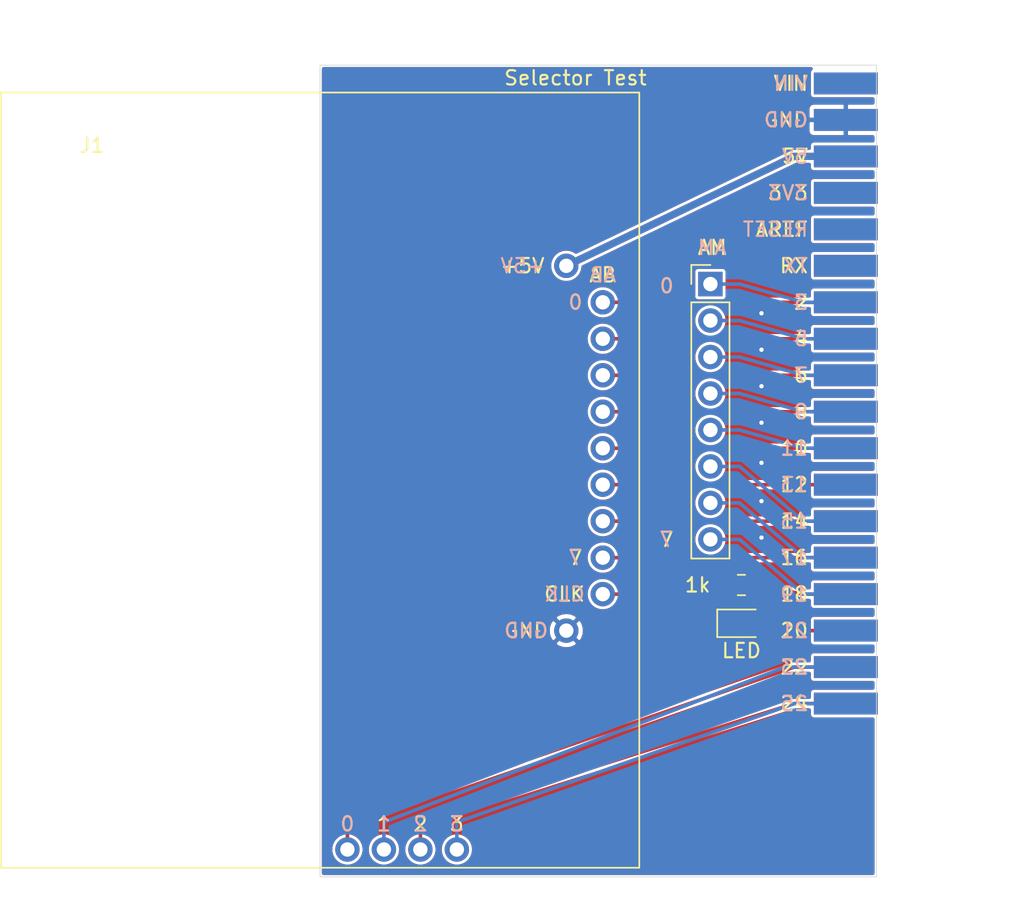
<source format=kicad_pcb>
(kicad_pcb (version 20171130) (host pcbnew 5.1.5+dfsg1-2build2)

  (general
    (thickness 1.6)
    (drawings 33)
    (tracks 65)
    (zones 0)
    (modules 5)
    (nets 36)
  )

  (page A4)
  (layers
    (0 F.Cu signal)
    (31 B.Cu signal)
    (32 B.Adhes user)
    (33 F.Adhes user)
    (34 B.Paste user)
    (35 F.Paste user)
    (36 B.SilkS user)
    (37 F.SilkS user)
    (38 B.Mask user)
    (39 F.Mask user)
    (40 Dwgs.User user)
    (41 Cmts.User user)
    (42 Eco1.User user)
    (43 Eco2.User user)
    (44 Edge.Cuts user)
    (45 Margin user)
    (46 B.CrtYd user)
    (47 F.CrtYd user)
    (48 B.Fab user)
    (49 F.Fab user)
  )

  (setup
    (last_trace_width 0.25)
    (user_trace_width 0.3)
    (user_trace_width 0.5)
    (user_trace_width 0.7)
    (user_trace_width 1)
    (trace_clearance 0.2)
    (zone_clearance 0.1)
    (zone_45_only no)
    (trace_min 0.2)
    (via_size 0.8)
    (via_drill 0.4)
    (via_min_size 0.4)
    (via_min_drill 0.3)
    (user_via 0.6 0.3)
    (uvia_size 0.3)
    (uvia_drill 0.1)
    (uvias_allowed no)
    (uvia_min_size 0.2)
    (uvia_min_drill 0.1)
    (edge_width 0.05)
    (segment_width 0.2)
    (pcb_text_width 0.3)
    (pcb_text_size 1.5 1.5)
    (mod_edge_width 0.12)
    (mod_text_size 1 1)
    (mod_text_width 0.15)
    (pad_size 1.7 1.7)
    (pad_drill 1)
    (pad_to_mask_clearance 0.051)
    (solder_mask_min_width 0.25)
    (aux_axis_origin 0 0)
    (grid_origin 78.74 43.2)
    (visible_elements FFFFF77F)
    (pcbplotparams
      (layerselection 0x010fc_ffffffff)
      (usegerberextensions true)
      (usegerberattributes false)
      (usegerberadvancedattributes false)
      (creategerberjobfile false)
      (excludeedgelayer true)
      (linewidth 0.100000)
      (plotframeref false)
      (viasonmask false)
      (mode 1)
      (useauxorigin false)
      (hpglpennumber 1)
      (hpglpenspeed 20)
      (hpglpendiameter 15.000000)
      (psnegative false)
      (psa4output false)
      (plotreference true)
      (plotvalue true)
      (plotinvisibletext false)
      (padsonsilk false)
      (subtractmaskfromsilk true)
      (outputformat 1)
      (mirror false)
      (drillshape 0)
      (scaleselection 1)
      (outputdirectory "gerber/"))
  )

  (net 0 "")
  (net 1 GND)
  (net 2 "Net-(D1-Pad2)")
  (net 3 +5V)
  (net 4 "Net-(J2-Pad31)")
  (net 5 LED)
  (net 6 "Net-(J2-Pad23)")
  (net 7 "Net-(J2-Pad12)")
  (net 8 "Net-(J2-Pad10)")
  (net 9 "Net-(J2-Pad8)")
  (net 10 "Net-(J2-Pad2)")
  (net 11 "Net-(J2-Pad9)")
  (net 12 "Net-(J2-Pad11)")
  (net 13 "Net-(J2-Pad7)")
  (net 14 "Net-(J2-Pad1)")
  (net 15 S1)
  (net 16 S0)
  (net 17 S3)
  (net 18 S2)
  (net 19 CLK)
  (net 20 AB7)
  (net 21 AB6)
  (net 22 AB5)
  (net 23 AB4)
  (net 24 AB3)
  (net 25 AB2)
  (net 26 AB1)
  (net 27 AB0)
  (net 28 AM7)
  (net 29 AM6)
  (net 30 AM5)
  (net 31 AM4)
  (net 32 AM3)
  (net 33 AM2)
  (net 34 AM1)
  (net 35 AM0)

  (net_class Default "This is the default net class."
    (clearance 0.2)
    (trace_width 0.25)
    (via_dia 0.8)
    (via_drill 0.4)
    (uvia_dia 0.3)
    (uvia_drill 0.1)
    (add_net +5V)
    (add_net AB0)
    (add_net AB1)
    (add_net AB2)
    (add_net AB3)
    (add_net AB4)
    (add_net AB5)
    (add_net AB6)
    (add_net AB7)
    (add_net AM0)
    (add_net AM1)
    (add_net AM2)
    (add_net AM3)
    (add_net AM4)
    (add_net AM5)
    (add_net AM6)
    (add_net AM7)
    (add_net CLK)
    (add_net GND)
    (add_net LED)
    (add_net "Net-(D1-Pad2)")
    (add_net "Net-(J2-Pad1)")
    (add_net "Net-(J2-Pad10)")
    (add_net "Net-(J2-Pad11)")
    (add_net "Net-(J2-Pad12)")
    (add_net "Net-(J2-Pad2)")
    (add_net "Net-(J2-Pad23)")
    (add_net "Net-(J2-Pad31)")
    (add_net "Net-(J2-Pad7)")
    (add_net "Net-(J2-Pad8)")
    (add_net "Net-(J2-Pad9)")
    (add_net S0)
    (add_net S1)
    (add_net S2)
    (add_net S3)
  )

  (module Connector_PinHeader_2.54mm:PinHeader_1x08_P2.54mm_Vertical (layer F.Cu) (tedit 59FED5CC) (tstamp 6396E6B4)
    (at 92.583 119.4)
    (descr "Through hole straight pin header, 1x08, 2.54mm pitch, single row")
    (tags "Through hole pin header THT 1x08 2.54mm single row")
    (path /6397D1F2)
    (fp_text reference J3 (at 0 -2.33) (layer F.SilkS) hide
      (effects (font (size 1 1) (thickness 0.15)))
    )
    (fp_text value "module address" (at 0 20.11) (layer F.Fab) hide
      (effects (font (size 1 1) (thickness 0.15)))
    )
    (fp_text user %R (at 0 8.89 90) (layer F.Fab)
      (effects (font (size 1 1) (thickness 0.15)))
    )
    (fp_line (start 1.8 -1.8) (end -1.8 -1.8) (layer F.CrtYd) (width 0.05))
    (fp_line (start 1.8 19.55) (end 1.8 -1.8) (layer F.CrtYd) (width 0.05))
    (fp_line (start -1.8 19.55) (end 1.8 19.55) (layer F.CrtYd) (width 0.05))
    (fp_line (start -1.8 -1.8) (end -1.8 19.55) (layer F.CrtYd) (width 0.05))
    (fp_line (start -1.33 -1.33) (end 0 -1.33) (layer F.SilkS) (width 0.12))
    (fp_line (start -1.33 0) (end -1.33 -1.33) (layer F.SilkS) (width 0.12))
    (fp_line (start -1.33 1.27) (end 1.33 1.27) (layer F.SilkS) (width 0.12))
    (fp_line (start 1.33 1.27) (end 1.33 19.11) (layer F.SilkS) (width 0.12))
    (fp_line (start -1.33 1.27) (end -1.33 19.11) (layer F.SilkS) (width 0.12))
    (fp_line (start -1.33 19.11) (end 1.33 19.11) (layer F.SilkS) (width 0.12))
    (fp_line (start -1.27 -0.635) (end -0.635 -1.27) (layer F.Fab) (width 0.1))
    (fp_line (start -1.27 19.05) (end -1.27 -0.635) (layer F.Fab) (width 0.1))
    (fp_line (start 1.27 19.05) (end -1.27 19.05) (layer F.Fab) (width 0.1))
    (fp_line (start 1.27 -1.27) (end 1.27 19.05) (layer F.Fab) (width 0.1))
    (fp_line (start -0.635 -1.27) (end 1.27 -1.27) (layer F.Fab) (width 0.1))
    (pad 8 thru_hole oval (at 0 17.78) (size 1.7 1.7) (drill 1) (layers *.Cu *.Mask)
      (net 28 AM7))
    (pad 7 thru_hole oval (at 0 15.24) (size 1.7 1.7) (drill 1) (layers *.Cu *.Mask)
      (net 29 AM6))
    (pad 6 thru_hole oval (at 0 12.7) (size 1.7 1.7) (drill 1) (layers *.Cu *.Mask)
      (net 30 AM5))
    (pad 5 thru_hole oval (at 0 10.16) (size 1.7 1.7) (drill 1) (layers *.Cu *.Mask)
      (net 31 AM4))
    (pad 4 thru_hole oval (at 0 7.62) (size 1.7 1.7) (drill 1) (layers *.Cu *.Mask)
      (net 32 AM3))
    (pad 3 thru_hole oval (at 0 5.08) (size 1.7 1.7) (drill 1) (layers *.Cu *.Mask)
      (net 33 AM2))
    (pad 2 thru_hole oval (at 0 2.54) (size 1.7 1.7) (drill 1) (layers *.Cu *.Mask)
      (net 34 AM1))
    (pad 1 thru_hole rect (at 0 0) (size 1.7 1.7) (drill 1) (layers *.Cu *.Mask)
      (net 35 AM0))
    (model ${KISYS3DMOD}/Connector_PinHeader_2.54mm.3dshapes/PinHeader_1x08_P2.54mm_Vertical.wrl
      (at (xyz 0 0 0))
      (scale (xyz 1 1 1))
      (rotate (xyz 0 0 0))
    )
  )

  (module plc88:selector4_i (layer F.Cu) (tedit 6396E1DE) (tstamp 6396E470)
    (at 82.55 118.13)
    (path /6396E9E4)
    (fp_text reference J1 (at -33.02 -8.39) (layer F.SilkS)
      (effects (font (size 1 1) (thickness 0.15)))
    )
    (fp_text value selector4_i (at -33.02 -9.39) (layer F.Fab)
      (effects (font (size 1 1) (thickness 0.15)))
    )
    (fp_line (start -39.37 -12.065) (end 5.08 -12.065) (layer F.SilkS) (width 0.12))
    (fp_line (start -39.37 41.91) (end -39.37 -12.065) (layer F.SilkS) (width 0.12))
    (fp_line (start 5.08 41.91) (end -39.37 41.91) (layer F.SilkS) (width 0.12))
    (fp_line (start 5.08 -12.065) (end 5.08 41.91) (layer F.SilkS) (width 0.12))
    (pad 13 thru_hole circle (at -12.7 40.64) (size 1.7 1.7) (drill 1) (layers *.Cu *.Mask)
      (net 15 S1))
    (pad 12 thru_hole circle (at -15.24 40.64) (size 1.7 1.7) (drill 1) (layers *.Cu *.Mask)
      (net 16 S0))
    (pad 15 thru_hole circle (at -7.62 40.64) (size 1.7 1.7) (drill 1) (layers *.Cu *.Mask)
      (net 17 S3))
    (pad 14 thru_hole circle (at -10.16 40.64) (size 1.7 1.7) (drill 1) (layers *.Cu *.Mask)
      (net 18 S2))
    (pad 11 thru_hole circle (at 0 25.4) (size 1.7 1.7) (drill 1) (layers *.Cu *.Mask)
      (net 1 GND))
    (pad 10 thru_hole circle (at 2.54 22.86) (size 1.7 1.7) (drill 1) (layers *.Cu *.Mask)
      (net 19 CLK))
    (pad 9 thru_hole circle (at 2.54 20.32) (size 1.7 1.7) (drill 1) (layers *.Cu *.Mask)
      (net 20 AB7))
    (pad 8 thru_hole circle (at 2.54 17.78) (size 1.7 1.7) (drill 1) (layers *.Cu *.Mask)
      (net 21 AB6))
    (pad 7 thru_hole circle (at 2.54 15.24) (size 1.7 1.7) (drill 1) (layers *.Cu *.Mask)
      (net 22 AB5))
    (pad 6 thru_hole circle (at 2.54 12.7) (size 1.7 1.7) (drill 1) (layers *.Cu *.Mask)
      (net 23 AB4))
    (pad 5 thru_hole circle (at 2.54 10.16) (size 1.7 1.7) (drill 1) (layers *.Cu *.Mask)
      (net 24 AB3))
    (pad 4 thru_hole circle (at 2.54 7.62) (size 1.7 1.7) (drill 1) (layers *.Cu *.Mask)
      (net 25 AB2))
    (pad 3 thru_hole circle (at 2.54 5.08) (size 1.7 1.7) (drill 1) (layers *.Cu *.Mask)
      (net 26 AB1))
    (pad 2 thru_hole circle (at 2.54 2.54) (size 1.7 1.7) (drill 1) (layers *.Cu *.Mask)
      (net 27 AB0))
    (pad 1 thru_hole circle (at 0 0) (size 1.7 1.7) (drill 1) (layers *.Cu *.Mask)
      (net 3 +5V))
  )

  (module Resistor_SMD:R_0805_2012Metric (layer F.Cu) (tedit 5B36C52B) (tstamp 6396894D)
    (at 94.742 140.355)
    (descr "Resistor SMD 0805 (2012 Metric), square (rectangular) end terminal, IPC_7351 nominal, (Body size source: https://docs.google.com/spreadsheets/d/1BsfQQcO9C6DZCsRaXUlFlo91Tg2WpOkGARC1WS5S8t0/edit?usp=sharing), generated with kicad-footprint-generator")
    (tags resistor)
    (path /6398C233)
    (attr smd)
    (fp_text reference R1 (at 0 -1.65) (layer F.SilkS) hide
      (effects (font (size 1 1) (thickness 0.15)))
    )
    (fp_text value 1k (at -3.048 0) (layer F.SilkS)
      (effects (font (size 1 1) (thickness 0.15)))
    )
    (fp_text user %R (at 0 0) (layer F.Fab) hide
      (effects (font (size 0.5 0.5) (thickness 0.08)))
    )
    (fp_line (start 1.68 0.95) (end -1.68 0.95) (layer F.CrtYd) (width 0.05))
    (fp_line (start 1.68 -0.95) (end 1.68 0.95) (layer F.CrtYd) (width 0.05))
    (fp_line (start -1.68 -0.95) (end 1.68 -0.95) (layer F.CrtYd) (width 0.05))
    (fp_line (start -1.68 0.95) (end -1.68 -0.95) (layer F.CrtYd) (width 0.05))
    (fp_line (start -0.258578 0.71) (end 0.258578 0.71) (layer F.SilkS) (width 0.12))
    (fp_line (start -0.258578 -0.71) (end 0.258578 -0.71) (layer F.SilkS) (width 0.12))
    (fp_line (start 1 0.6) (end -1 0.6) (layer F.Fab) (width 0.1))
    (fp_line (start 1 -0.6) (end 1 0.6) (layer F.Fab) (width 0.1))
    (fp_line (start -1 -0.6) (end 1 -0.6) (layer F.Fab) (width 0.1))
    (fp_line (start -1 0.6) (end -1 -0.6) (layer F.Fab) (width 0.1))
    (pad 2 smd roundrect (at 0.9375 0) (size 0.975 1.4) (layers F.Cu F.Paste F.Mask) (roundrect_rratio 0.25)
      (net 5 LED))
    (pad 1 smd roundrect (at -0.9375 0) (size 0.975 1.4) (layers F.Cu F.Paste F.Mask) (roundrect_rratio 0.25)
      (net 2 "Net-(D1-Pad2)"))
    (model ${KISYS3DMOD}/Resistor_SMD.3dshapes/R_0805_2012Metric.wrl
      (at (xyz 0 0 0))
      (scale (xyz 1 1 1))
      (rotate (xyz 0 0 0))
    )
  )

  (module plc88:arduino_mega_pro_2x18_edge (layer F.Cu) (tedit 63961F0E) (tstamp 6396893C)
    (at 102.010499 105.43)
    (path /639758E3)
    (attr smd)
    (fp_text reference J2 (at 0 -1.905) (layer F.SilkS) hide
      (effects (font (size 1 1) (thickness 0.15)))
    )
    (fp_text value "arduino mega pro" (at 0 -3.81) (layer F.SilkS) hide
      (effects (font (size 1 1) (thickness 0.15)))
    )
    (fp_text user 25 (at -2.54 43.18) (layer B.SilkS)
      (effects (font (size 1 1) (thickness 0.15)) (justify left mirror))
    )
    (fp_text user 24 (at -2.54 43.18) (layer F.SilkS)
      (effects (font (size 1 1) (thickness 0.15)) (justify right))
    )
    (fp_text user 23 (at -2.54 40.64) (layer B.SilkS)
      (effects (font (size 1 1) (thickness 0.15)) (justify left mirror))
    )
    (fp_text user 22 (at -2.54 40.64) (layer F.SilkS)
      (effects (font (size 1 1) (thickness 0.15)) (justify right))
    )
    (fp_text user 21 (at -2.54 38.1) (layer B.SilkS)
      (effects (font (size 1 1) (thickness 0.15)) (justify left mirror))
    )
    (fp_text user 20 (at -2.54 38.1) (layer F.SilkS)
      (effects (font (size 1 1) (thickness 0.15)) (justify right))
    )
    (fp_text user 19 (at -2.54 35.56) (layer B.SilkS)
      (effects (font (size 1 1) (thickness 0.15)) (justify left mirror))
    )
    (fp_text user 18 (at -2.54 35.56) (layer F.SilkS)
      (effects (font (size 1 1) (thickness 0.15)) (justify right))
    )
    (fp_text user 12 (at -2.54 27.94) (layer F.SilkS)
      (effects (font (size 1 1) (thickness 0.15)) (justify right))
    )
    (fp_text user 13 (at -2.54 27.94) (layer B.SilkS)
      (effects (font (size 1 1) (thickness 0.15)) (justify left mirror))
    )
    (fp_text user VIN (at -2.54 0) (layer B.SilkS)
      (effects (font (size 1 1) (thickness 0.15)) (justify left mirror))
    )
    (fp_text user GND (at -2.54 2.54) (layer B.SilkS)
      (effects (font (size 1 1) (thickness 0.15)) (justify left mirror))
    )
    (fp_text user 17 (at -2.54 33.02) (layer B.SilkS)
      (effects (font (size 1 1) (thickness 0.15)) (justify left mirror))
    )
    (fp_text user 15 (at -2.54 30.48) (layer B.SilkS)
      (effects (font (size 1 1) (thickness 0.15)) (justify left mirror))
    )
    (fp_text user 11 (at -2.54 25.4) (layer B.SilkS)
      (effects (font (size 1 1) (thickness 0.15)) (justify left mirror))
    )
    (fp_text user 9 (at -2.54 22.86) (layer B.SilkS)
      (effects (font (size 1 1) (thickness 0.15)) (justify left mirror))
    )
    (fp_text user 7 (at -2.54 20.32) (layer B.SilkS)
      (effects (font (size 1 1) (thickness 0.15)) (justify left mirror))
    )
    (fp_text user 5 (at -2.54 17.78) (layer B.SilkS)
      (effects (font (size 1 1) (thickness 0.15)) (justify left mirror))
    )
    (fp_text user 3 (at -2.54 15.24) (layer B.SilkS)
      (effects (font (size 1 1) (thickness 0.15)) (justify left mirror))
    )
    (fp_text user TX (at -2.54 12.7) (layer B.SilkS)
      (effects (font (size 1 1) (thickness 0.15)) (justify left mirror))
    )
    (fp_text user RESET (at -2.54 10.16) (layer B.SilkS)
      (effects (font (size 1 1) (thickness 0.15)) (justify left mirror))
    )
    (fp_text user 3V3 (at -2.54 7.62) (layer B.SilkS)
      (effects (font (size 1 1) (thickness 0.15)) (justify left mirror))
    )
    (fp_text user 5V (at -2.54 5.08) (layer B.SilkS)
      (effects (font (size 1 1) (thickness 0.15)) (justify left mirror))
    )
    (fp_text user 8 (at -2.54 22.86) (layer F.SilkS)
      (effects (font (size 1 1) (thickness 0.15)) (justify right))
    )
    (fp_text user 10 (at -2.54 25.4) (layer F.SilkS)
      (effects (font (size 1 1) (thickness 0.15)) (justify right))
    )
    (fp_text user 14 (at -2.54 30.48) (layer F.SilkS)
      (effects (font (size 1 1) (thickness 0.15)) (justify right))
    )
    (fp_text user 16 (at -2.54 33.02) (layer F.SilkS)
      (effects (font (size 1 1) (thickness 0.15)) (justify right))
    )
    (fp_text user 6 (at -2.54 20.32) (layer F.SilkS)
      (effects (font (size 1 1) (thickness 0.15)) (justify right))
    )
    (fp_text user 4 (at -2.54 17.78) (layer F.SilkS)
      (effects (font (size 1 1) (thickness 0.15)) (justify right))
    )
    (fp_text user 2 (at -2.54 15.24) (layer F.SilkS)
      (effects (font (size 1 1) (thickness 0.15)) (justify right))
    )
    (fp_text user RX (at -2.54 12.7) (layer F.SilkS)
      (effects (font (size 1 1) (thickness 0.15)) (justify right))
    )
    (fp_text user AREF (at -2.54 10.16) (layer F.SilkS)
      (effects (font (size 1 1) (thickness 0.15)) (justify right))
    )
    (fp_text user 3V3 (at -2.54 7.62) (layer F.SilkS)
      (effects (font (size 1 1) (thickness 0.15)) (justify right))
    )
    (fp_text user 5V (at -2.54 5.08) (layer F.SilkS)
      (effects (font (size 1 1) (thickness 0.15)) (justify right))
    )
    (fp_text user GND (at -2.54 2.54) (layer F.SilkS)
      (effects (font (size 1 1) (thickness 0.15)) (justify right))
    )
    (fp_text user VIN (at -2.54 0) (layer F.SilkS)
      (effects (font (size 1 1) (thickness 0.15)) (justify right))
    )
    (fp_text user %P (at 0 -6.35) (layer F.Fab) hide
      (effects (font (size 1 1) (thickness 0.15)))
    )
    (pad 35 smd rect (at 0 43.18) (size 4.445 1.524) (layers B.Cu B.Paste B.Mask)
      (net 17 S3))
    (pad 36 smd rect (at 0 43.18) (size 4.445 1.524) (layers F.Cu F.Paste F.Mask)
      (net 18 S2))
    (pad 33 smd rect (at 0 40.64) (size 4.445 1.524) (layers B.Cu B.Paste B.Mask)
      (net 15 S1))
    (pad 34 smd rect (at 0 40.64) (size 4.445 1.524) (layers F.Cu F.Paste F.Mask)
      (net 16 S0))
    (pad 31 smd rect (at 0 38.1) (size 4.445 1.524) (layers B.Cu B.Paste B.Mask)
      (net 4 "Net-(J2-Pad31)"))
    (pad 32 smd rect (at 0 38.1) (size 4.445 1.524) (layers F.Cu F.Paste F.Mask)
      (net 19 CLK))
    (pad 29 smd rect (at 0 35.56) (size 4.445 1.524) (layers B.Cu B.Paste B.Mask)
      (net 28 AM7))
    (pad 30 smd rect (at 0 35.56) (size 4.445 1.524) (layers F.Cu F.Paste F.Mask)
      (net 5 LED))
    (pad 24 smd rect (at 0 27.94) (size 4.445 1.524) (layers F.Cu F.Paste F.Mask)
      (net 22 AB5))
    (pad 23 smd rect (at 0 27.94) (size 4.445 1.524) (layers B.Cu B.Paste B.Mask)
      (net 6 "Net-(J2-Pad23)"))
    (pad 28 smd rect (at 0 33.02) (size 4.445 1.524) (layers F.Cu F.Paste F.Mask)
      (net 20 AB7))
    (pad 26 smd rect (at 0 30.48) (size 4.445 1.524) (layers F.Cu F.Paste F.Mask)
      (net 21 AB6))
    (pad 22 smd rect (at 0 25.4) (size 4.445 1.524) (layers F.Cu F.Paste F.Mask)
      (net 23 AB4))
    (pad 20 smd rect (at 0 22.86) (size 4.445 1.524) (layers F.Cu F.Paste F.Mask)
      (net 24 AB3))
    (pad 18 smd rect (at 0 20.32) (size 4.445 1.524) (layers F.Cu F.Paste F.Mask)
      (net 25 AB2))
    (pad 16 smd rect (at 0 17.78) (size 4.445 1.524) (layers F.Cu F.Paste F.Mask)
      (net 26 AB1))
    (pad 14 smd rect (at 0 15.24) (size 4.445 1.524) (layers F.Cu F.Paste F.Mask)
      (net 27 AB0))
    (pad 12 smd rect (at 0 12.7) (size 4.445 1.524) (layers F.Cu F.Paste F.Mask)
      (net 7 "Net-(J2-Pad12)"))
    (pad 10 smd rect (at 0 10.16) (size 4.445 1.524) (layers F.Cu F.Paste F.Mask)
      (net 8 "Net-(J2-Pad10)"))
    (pad 8 smd rect (at 0 7.62) (size 4.445 1.524) (layers F.Cu F.Paste F.Mask)
      (net 9 "Net-(J2-Pad8)"))
    (pad 6 smd rect (at 0 5.08) (size 4.445 1.524) (layers F.Cu F.Paste F.Mask)
      (net 3 +5V))
    (pad 4 smd rect (at 0 2.54) (size 4.445 1.524) (layers F.Cu F.Paste F.Mask)
      (net 1 GND))
    (pad 2 smd rect (at 0 0) (size 4.445 1.524) (layers F.Cu F.Paste F.Mask)
      (net 10 "Net-(J2-Pad2)"))
    (pad 9 smd rect (at 0 10.16) (size 4.445 1.524) (layers B.Cu B.Paste B.Mask)
      (net 11 "Net-(J2-Pad9)"))
    (pad 27 smd rect (at 0 33.02) (size 4.445 1.524) (layers B.Cu B.Paste B.Mask)
      (net 29 AM6))
    (pad 25 smd rect (at 0 30.48) (size 4.445 1.524) (layers B.Cu B.Paste B.Mask)
      (net 30 AM5))
    (pad 21 smd rect (at 0 25.4) (size 4.445 1.524) (layers B.Cu B.Paste B.Mask)
      (net 31 AM4))
    (pad 19 smd rect (at 0 22.86) (size 4.445 1.524) (layers B.Cu B.Paste B.Mask)
      (net 32 AM3))
    (pad 17 smd rect (at 0 20.32) (size 4.445 1.524) (layers B.Cu B.Paste B.Mask)
      (net 33 AM2))
    (pad 15 smd rect (at 0 17.78) (size 4.445 1.524) (layers B.Cu B.Paste B.Mask)
      (net 34 AM1))
    (pad 13 smd rect (at 0 15.24) (size 4.445 1.524) (layers B.Cu B.Paste B.Mask)
      (net 35 AM0))
    (pad 11 smd rect (at 0 12.7) (size 4.445 1.524) (layers B.Cu B.Paste B.Mask)
      (net 12 "Net-(J2-Pad11)"))
    (pad 7 smd rect (at 0 7.62) (size 4.445 1.524) (layers B.Cu B.Paste B.Mask)
      (net 13 "Net-(J2-Pad7)"))
    (pad 5 smd rect (at 0 5.08) (size 4.445 1.524) (layers B.Cu B.Paste B.Mask)
      (net 3 +5V))
    (pad 3 smd rect (at 0 2.54) (size 4.445 1.524) (layers B.Cu B.Paste B.Mask)
      (net 1 GND))
    (pad 1 smd rect (at 0 0) (size 4.445 1.524) (layers B.Cu B.Paste B.Mask)
      (net 14 "Net-(J2-Pad1)"))
  )

  (module LED_SMD:LED_0805_2012Metric (layer F.Cu) (tedit 5B36C52C) (tstamp 639688C3)
    (at 94.742 143.022)
    (descr "LED SMD 0805 (2012 Metric), square (rectangular) end terminal, IPC_7351 nominal, (Body size source: https://docs.google.com/spreadsheets/d/1BsfQQcO9C6DZCsRaXUlFlo91Tg2WpOkGARC1WS5S8t0/edit?usp=sharing), generated with kicad-footprint-generator")
    (tags diode)
    (path /6398AD15)
    (attr smd)
    (fp_text reference D1 (at 0 -1.65) (layer F.SilkS) hide
      (effects (font (size 1 1) (thickness 0.15)))
    )
    (fp_text value LED (at 0 1.905) (layer F.SilkS)
      (effects (font (size 1 1) (thickness 0.15)))
    )
    (fp_text user %R (at 0 0) (layer F.Fab) hide
      (effects (font (size 0.5 0.5) (thickness 0.08)))
    )
    (fp_line (start 1.68 0.95) (end -1.68 0.95) (layer F.CrtYd) (width 0.05))
    (fp_line (start 1.68 -0.95) (end 1.68 0.95) (layer F.CrtYd) (width 0.05))
    (fp_line (start -1.68 -0.95) (end 1.68 -0.95) (layer F.CrtYd) (width 0.05))
    (fp_line (start -1.68 0.95) (end -1.68 -0.95) (layer F.CrtYd) (width 0.05))
    (fp_line (start -1.685 0.96) (end 1 0.96) (layer F.SilkS) (width 0.12))
    (fp_line (start -1.685 -0.96) (end -1.685 0.96) (layer F.SilkS) (width 0.12))
    (fp_line (start 1 -0.96) (end -1.685 -0.96) (layer F.SilkS) (width 0.12))
    (fp_line (start 1 0.6) (end 1 -0.6) (layer F.Fab) (width 0.1))
    (fp_line (start -1 0.6) (end 1 0.6) (layer F.Fab) (width 0.1))
    (fp_line (start -1 -0.3) (end -1 0.6) (layer F.Fab) (width 0.1))
    (fp_line (start -0.7 -0.6) (end -1 -0.3) (layer F.Fab) (width 0.1))
    (fp_line (start 1 -0.6) (end -0.7 -0.6) (layer F.Fab) (width 0.1))
    (pad 2 smd roundrect (at 0.9375 0) (size 0.975 1.4) (layers F.Cu F.Paste F.Mask) (roundrect_rratio 0.25)
      (net 2 "Net-(D1-Pad2)"))
    (pad 1 smd roundrect (at -0.9375 0) (size 0.975 1.4) (layers F.Cu F.Paste F.Mask) (roundrect_rratio 0.25)
      (net 1 GND))
    (model ${KISYS3DMOD}/LED_SMD.3dshapes/LED_0805_2012Metric.wrl
      (at (xyz 0 0 0))
      (scale (xyz 1 1 1))
      (rotate (xyz 0 0 0))
    )
  )

  (gr_text 3 (at 74.93 156.992) (layer B.SilkS) (tstamp 6396EE01)
    (effects (font (size 1 1) (thickness 0.15)) (justify mirror))
  )
  (gr_text 1 (at 69.85 156.992) (layer B.SilkS) (tstamp 6396EE00)
    (effects (font (size 1 1) (thickness 0.15)) (justify mirror))
  )
  (gr_text 2 (at 72.39 156.992) (layer B.SilkS) (tstamp 6396EDFF)
    (effects (font (size 1 1) (thickness 0.15)) (justify mirror))
  )
  (gr_text 0 (at 67.31 156.992) (layer B.SilkS) (tstamp 6396EDFE)
    (effects (font (size 1 1) (thickness 0.15)) (justify mirror))
  )
  (gr_text 3 (at 74.93 156.992) (layer F.SilkS)
    (effects (font (size 1 1) (thickness 0.15)))
  )
  (gr_text 2 (at 72.39 156.992) (layer F.SilkS)
    (effects (font (size 1 1) (thickness 0.15)))
  )
  (gr_text 1 (at 69.85 156.992) (layer F.SilkS)
    (effects (font (size 1 1) (thickness 0.15)))
  )
  (gr_text 0 (at 67.31 156.992) (layer F.SilkS)
    (effects (font (size 1 1) (thickness 0.15)))
  )
  (gr_text AM (at 92.71 116.86) (layer B.SilkS) (tstamp 6396ED30)
    (effects (font (size 1 1) (thickness 0.15)) (justify mirror))
  )
  (gr_text 7 (at 89.535 137.18) (layer B.SilkS) (tstamp 6396ED2F)
    (effects (font (size 1 1) (thickness 0.15)) (justify mirror))
  )
  (gr_text 0 (at 89.535 119.527) (layer B.SilkS) (tstamp 6396ED2E)
    (effects (font (size 1 1) (thickness 0.15)) (justify mirror))
  )
  (gr_text AB (at 85.09 118.765) (layer B.SilkS) (tstamp 6396EC04)
    (effects (font (size 1 1) (thickness 0.15)) (justify mirror))
  )
  (gr_text +5V (at 79.502 118.13) (layer B.SilkS) (tstamp 6396EC03)
    (effects (font (size 1 1) (thickness 0.15)) (justify mirror))
  )
  (gr_text 7 (at 83.185 138.45) (layer B.SilkS) (tstamp 6396EC02)
    (effects (font (size 1 1) (thickness 0.15)) (justify mirror))
  )
  (gr_text GND (at 79.756 143.53) (layer B.SilkS) (tstamp 6396EC01)
    (effects (font (size 1 1) (thickness 0.15)) (justify mirror))
  )
  (gr_text 0 (at 83.185 120.67) (layer B.SilkS) (tstamp 6396EC00)
    (effects (font (size 1 1) (thickness 0.15)) (justify mirror))
  )
  (gr_text CLK (at 82.423 140.99) (layer B.SilkS) (tstamp 6396EBFF)
    (effects (font (size 1 1) (thickness 0.15)) (justify mirror))
  )
  (gr_text GND (at 79.756 143.53) (layer F.SilkS)
    (effects (font (size 1 1) (thickness 0.15)))
  )
  (gr_text CLK (at 82.423 140.99) (layer F.SilkS)
    (effects (font (size 1 1) (thickness 0.15)))
  )
  (gr_text +5V (at 79.502 118.13) (layer F.SilkS)
    (effects (font (size 1 1) (thickness 0.15)))
  )
  (gr_text 7 (at 83.185 138.45) (layer F.SilkS)
    (effects (font (size 1 1) (thickness 0.15)))
  )
  (gr_text 0 (at 83.185 120.67) (layer F.SilkS)
    (effects (font (size 1 1) (thickness 0.15)))
  )
  (gr_text AB (at 85.09 118.765) (layer F.SilkS)
    (effects (font (size 1 1) (thickness 0.15)))
  )
  (gr_text AM (at 92.71 116.86) (layer F.SilkS)
    (effects (font (size 1 1) (thickness 0.15)))
  )
  (gr_text 7 (at 89.535 137.18) (layer F.SilkS)
    (effects (font (size 1 1) (thickness 0.15)))
  )
  (gr_text 0 (at 89.535 119.527) (layer F.SilkS)
    (effects (font (size 1 1) (thickness 0.15)))
  )
  (dimension 56.515 (width 0.15) (layer F.Fab)
    (gr_text "56,515 mm" (at 113.06 132.4175 270) (layer F.Fab)
      (effects (font (size 1 1) (thickness 0.15)))
    )
    (feature1 (pts (xy 104.14 160.675) (xy 112.346421 160.675)))
    (feature2 (pts (xy 104.14 104.16) (xy 112.346421 104.16)))
    (crossbar (pts (xy 111.76 104.16) (xy 111.76 160.675)))
    (arrow1a (pts (xy 111.76 160.675) (xy 111.173579 159.548496)))
    (arrow1b (pts (xy 111.76 160.675) (xy 112.346421 159.548496)))
    (arrow2a (pts (xy 111.76 104.16) (xy 111.173579 105.286504)))
    (arrow2b (pts (xy 111.76 104.16) (xy 112.346421 105.286504)))
  )
  (dimension 38.735 (width 0.15) (layer F.Fab)
    (gr_text "38,735 mm" (at 84.7725 100.32) (layer F.Fab)
      (effects (font (size 1 1) (thickness 0.15)))
    )
    (feature1 (pts (xy 104.14 104.16) (xy 104.14 101.033579)))
    (feature2 (pts (xy 65.405 104.16) (xy 65.405 101.033579)))
    (crossbar (pts (xy 65.405 101.62) (xy 104.14 101.62)))
    (arrow1a (pts (xy 104.14 101.62) (xy 103.013496 102.206421)))
    (arrow1b (pts (xy 104.14 101.62) (xy 103.013496 101.033579)))
    (arrow2a (pts (xy 65.405 101.62) (xy 66.531504 102.206421)))
    (arrow2b (pts (xy 65.405 101.62) (xy 66.531504 101.033579)))
  )
  (gr_text "Selector Test" (at 83.185 105.049) (layer F.SilkS)
    (effects (font (size 1 1) (thickness 0.15)))
  )
  (gr_line (start 65.405 160.675) (end 104.14 160.675) (layer Edge.Cuts) (width 0.05) (tstamp 63969768))
  (gr_line (start 65.405 104.16) (end 65.405 160.675) (layer Edge.Cuts) (width 0.05))
  (gr_line (start 104.14 104.16) (end 65.405 104.16) (layer Edge.Cuts) (width 0.05))
  (gr_line (start 104.14 160.675) (end 104.14 104.16) (layer Edge.Cuts) (width 0.05))

  (via (at 96.139 137.053) (size 0.6) (drill 0.3) (layers F.Cu B.Cu) (net 1))
  (via (at 96.139 134.513) (size 0.6) (drill 0.3) (layers F.Cu B.Cu) (net 1))
  (via (at 96.139 131.846) (size 0.6) (drill 0.3) (layers F.Cu B.Cu) (net 1))
  (via (at 96.139 129.052) (size 0.6) (drill 0.3) (layers F.Cu B.Cu) (net 1))
  (via (at 96.139 126.512) (size 0.6) (drill 0.3) (layers F.Cu B.Cu) (net 1))
  (via (at 96.139 123.972) (size 0.6) (drill 0.3) (layers F.Cu B.Cu) (net 1))
  (via (at 96.139 121.432) (size 0.6) (drill 0.3) (layers F.Cu B.Cu) (net 1))
  (segment (start 95.6795 143.022) (end 95.631 141.879) (width 0.25) (layer F.Cu) (net 2))
  (segment (start 95.631 141.879) (end 93.853 141.498) (width 0.25) (layer F.Cu) (net 2))
  (segment (start 93.853 141.498) (end 93.8045 140.355) (width 0.25) (layer F.Cu) (net 2))
  (segment (start 102.010499 110.51) (end 98.425 110.51) (width 0.5) (layer B.Cu) (net 3))
  (segment (start 98.425 110.51) (end 82.55 118.13) (width 0.5) (layer B.Cu) (net 3))
  (segment (start 102.010499 110.51) (end 98.425 110.51) (width 0.5) (layer F.Cu) (net 3))
  (segment (start 98.425 110.51) (end 82.55 118.13) (width 0.5) (layer F.Cu) (net 3))
  (segment (start 95.6795 140.355) (end 99.06 140.99) (width 0.25) (layer F.Cu) (net 5))
  (segment (start 99.06 140.99) (end 102.010499 140.99) (width 0.25) (layer F.Cu) (net 5))
  (segment (start 102.010499 146.07) (end 97.79 146.07) (width 0.25) (layer B.Cu) (net 15))
  (segment (start 97.79 146.07) (end 69.85 156.865) (width 0.25) (layer B.Cu) (net 15))
  (segment (start 69.85 156.865) (end 69.85 158.77) (width 0.25) (layer B.Cu) (net 15))
  (segment (start 67.31 156.865) (end 67.31 158.77) (width 0.25) (layer F.Cu) (net 16))
  (segment (start 98.425 146.07) (end 67.31 156.865) (width 0.25) (layer F.Cu) (net 16))
  (segment (start 102.010499 146.07) (end 98.425 146.07) (width 0.25) (layer F.Cu) (net 16))
  (segment (start 102.010499 148.61) (end 98.425 148.61) (width 0.25) (layer B.Cu) (net 17))
  (segment (start 98.425 148.61) (end 74.93 156.865) (width 0.25) (layer B.Cu) (net 17))
  (segment (start 74.93 156.865) (end 74.93 158.77) (width 0.25) (layer B.Cu) (net 17))
  (segment (start 72.39 156.865) (end 72.39 158.77) (width 0.25) (layer F.Cu) (net 18))
  (segment (start 98.425 148.61) (end 72.39 156.865) (width 0.25) (layer F.Cu) (net 18))
  (segment (start 102.010499 148.61) (end 98.425 148.61) (width 0.25) (layer F.Cu) (net 18))
  (segment (start 86.36 140.99) (end 85.09 140.99) (width 0.25) (layer F.Cu) (net 19))
  (segment (start 90.805 144.8) (end 86.36 140.99) (width 0.25) (layer F.Cu) (net 19))
  (segment (start 97.155 144.8) (end 90.805 144.8) (width 0.25) (layer F.Cu) (net 19))
  (segment (start 99.06 143.53) (end 97.155 144.8) (width 0.25) (layer F.Cu) (net 19))
  (segment (start 102.010499 143.53) (end 99.06 143.53) (width 0.25) (layer F.Cu) (net 19))
  (segment (start 102.010499 138.45) (end 85.09 138.45) (width 0.25) (layer F.Cu) (net 20))
  (segment (start 85.09 135.91) (end 102.010499 135.91) (width 0.25) (layer F.Cu) (net 21))
  (segment (start 85.09 133.37) (end 102.010499 133.37) (width 0.25) (layer F.Cu) (net 22))
  (segment (start 85.09 130.83) (end 102.010499 130.83) (width 0.25) (layer F.Cu) (net 23))
  (segment (start 85.09 128.29) (end 102.010499 128.29) (width 0.25) (layer F.Cu) (net 24))
  (segment (start 85.09 125.75) (end 102.010499 125.75) (width 0.25) (layer F.Cu) (net 25))
  (segment (start 85.09 123.21) (end 102.010499 123.21) (width 0.25) (layer F.Cu) (net 26))
  (segment (start 85.09 120.67) (end 102.010499 120.67) (width 0.25) (layer F.Cu) (net 27))
  (segment (start 102.010499 140.99) (end 99.06 140.99) (width 0.25) (layer B.Cu) (net 28))
  (segment (start 99.06 140.99) (end 94.615 137.18) (width 0.25) (layer B.Cu) (net 28))
  (segment (start 94.615 137.18) (end 92.583 137.18) (width 0.25) (layer B.Cu) (net 28))
  (segment (start 102.010499 138.45) (end 99.06 138.45) (width 0.25) (layer B.Cu) (net 29))
  (segment (start 99.06 138.45) (end 94.615 134.64) (width 0.25) (layer B.Cu) (net 29))
  (segment (start 94.615 134.64) (end 92.583 134.64) (width 0.25) (layer B.Cu) (net 29))
  (segment (start 102.010499 135.91) (end 99.06 135.91) (width 0.25) (layer B.Cu) (net 30))
  (segment (start 99.06 135.91) (end 94.615 132.1) (width 0.25) (layer B.Cu) (net 30))
  (segment (start 94.615 132.1) (end 92.583 132.1) (width 0.25) (layer B.Cu) (net 30))
  (segment (start 102.010499 130.83) (end 99.06 130.83) (width 0.25) (layer B.Cu) (net 31))
  (segment (start 99.06 130.83) (end 94.615 129.56) (width 0.25) (layer B.Cu) (net 31))
  (segment (start 94.615 129.56) (end 92.583 129.56) (width 0.25) (layer B.Cu) (net 31))
  (segment (start 102.010499 128.29) (end 99.06 128.29) (width 0.25) (layer B.Cu) (net 32))
  (segment (start 99.06 128.29) (end 94.615 127.02) (width 0.25) (layer B.Cu) (net 32))
  (segment (start 94.615 127.02) (end 92.583 127.02) (width 0.25) (layer B.Cu) (net 32))
  (segment (start 102.010499 125.75) (end 99.06 125.75) (width 0.25) (layer B.Cu) (net 33))
  (segment (start 99.06 125.75) (end 94.615 124.48) (width 0.25) (layer B.Cu) (net 33))
  (segment (start 94.615 124.48) (end 92.583 124.48) (width 0.25) (layer B.Cu) (net 33))
  (segment (start 102.010499 123.21) (end 99.06 123.21) (width 0.25) (layer B.Cu) (net 34))
  (segment (start 99.06 123.21) (end 94.615 121.94) (width 0.25) (layer B.Cu) (net 34))
  (segment (start 94.615 121.94) (end 92.583 121.94) (width 0.25) (layer B.Cu) (net 34))
  (segment (start 102.010499 120.67) (end 99.06 120.67) (width 0.25) (layer B.Cu) (net 35))
  (segment (start 99.06 120.67) (end 94.615 119.4) (width 0.25) (layer B.Cu) (net 35))
  (segment (start 94.615 119.4) (end 92.583 119.4) (width 0.25) (layer B.Cu) (net 35))

  (zone (net 1) (net_name GND) (layer F.Cu) (tstamp 0) (hatch edge 0.508)
    (connect_pads (clearance 0.1))
    (min_thickness 0.254)
    (fill yes (arc_segments 32) (thermal_gap 0.3) (thermal_bridge_width 0.3))
    (polygon
      (pts
        (xy 107.315 163.85) (xy 62.23 161.945) (xy 62.23 99.715) (xy 105.41 102.89)
      )
    )
    (filled_polygon
      (pts
        (xy 99.555656 104.435657) (xy 99.514793 104.48545) (xy 99.484429 104.542257) (xy 99.465731 104.603897) (xy 99.459417 104.668)
        (xy 99.459417 106.192) (xy 99.465731 106.256103) (xy 99.484429 106.317743) (xy 99.514793 106.37455) (xy 99.555656 106.424343)
        (xy 99.605449 106.465206) (xy 99.662256 106.49557) (xy 99.723896 106.514268) (xy 99.787999 106.520582) (xy 103.888001 106.520582)
        (xy 103.888001 106.779275) (xy 102.140249 106.781) (xy 102.033499 106.88775) (xy 102.033499 107.947) (xy 103.888001 107.947)
        (xy 103.888001 107.993) (xy 102.033499 107.993) (xy 102.033499 109.05225) (xy 102.140249 109.159) (xy 103.888001 109.160725)
        (xy 103.888001 109.419418) (xy 99.787999 109.419418) (xy 99.723896 109.425732) (xy 99.662256 109.44443) (xy 99.605449 109.474794)
        (xy 99.555656 109.515657) (xy 99.514793 109.56545) (xy 99.484429 109.622257) (xy 99.465731 109.683897) (xy 99.459417 109.748)
        (xy 99.459417 109.933) (xy 98.437475 109.933) (xy 98.39323 109.931081) (xy 98.352707 109.93733) (xy 98.311888 109.94135)
        (xy 98.296643 109.945974) (xy 98.2809 109.948402) (xy 98.242372 109.962437) (xy 98.203124 109.974343) (xy 98.164047 109.99523)
        (xy 83.225452 117.165756) (xy 83.107519 117.086956) (xy 82.893318 116.998231) (xy 82.665924 116.953) (xy 82.434076 116.953)
        (xy 82.206682 116.998231) (xy 81.992481 117.086956) (xy 81.799706 117.215764) (xy 81.635764 117.379706) (xy 81.506956 117.572481)
        (xy 81.418231 117.786682) (xy 81.373 118.014076) (xy 81.373 118.245924) (xy 81.418231 118.473318) (xy 81.506956 118.687519)
        (xy 81.635764 118.880294) (xy 81.799706 119.044236) (xy 81.992481 119.173044) (xy 82.206682 119.261769) (xy 82.434076 119.307)
        (xy 82.665924 119.307) (xy 82.893318 119.261769) (xy 83.107519 119.173044) (xy 83.300294 119.044236) (xy 83.464236 118.880294)
        (xy 83.593044 118.687519) (xy 83.681769 118.473318) (xy 83.727 118.245924) (xy 83.727 118.205067) (xy 98.55631 111.087)
        (xy 99.459417 111.087) (xy 99.459417 111.272) (xy 99.465731 111.336103) (xy 99.484429 111.397743) (xy 99.514793 111.45455)
        (xy 99.555656 111.504343) (xy 99.605449 111.545206) (xy 99.662256 111.57557) (xy 99.723896 111.594268) (xy 99.787999 111.600582)
        (xy 103.888001 111.600582) (xy 103.888001 111.959418) (xy 99.787999 111.959418) (xy 99.723896 111.965732) (xy 99.662256 111.98443)
        (xy 99.605449 112.014794) (xy 99.555656 112.055657) (xy 99.514793 112.10545) (xy 99.484429 112.162257) (xy 99.465731 112.223897)
        (xy 99.459417 112.288) (xy 99.459417 113.812) (xy 99.465731 113.876103) (xy 99.484429 113.937743) (xy 99.514793 113.99455)
        (xy 99.555656 114.044343) (xy 99.605449 114.085206) (xy 99.662256 114.11557) (xy 99.723896 114.134268) (xy 99.787999 114.140582)
        (xy 103.888001 114.140582) (xy 103.888001 114.499418) (xy 99.787999 114.499418) (xy 99.723896 114.505732) (xy 99.662256 114.52443)
        (xy 99.605449 114.554794) (xy 99.555656 114.595657) (xy 99.514793 114.64545) (xy 99.484429 114.702257) (xy 99.465731 114.763897)
        (xy 99.459417 114.828) (xy 99.459417 116.352) (xy 99.465731 116.416103) (xy 99.484429 116.477743) (xy 99.514793 116.53455)
        (xy 99.555656 116.584343) (xy 99.605449 116.625206) (xy 99.662256 116.65557) (xy 99.723896 116.674268) (xy 99.787999 116.680582)
        (xy 103.888001 116.680582) (xy 103.888001 117.039418) (xy 99.787999 117.039418) (xy 99.723896 117.045732) (xy 99.662256 117.06443)
        (xy 99.605449 117.094794) (xy 99.555656 117.135657) (xy 99.514793 117.18545) (xy 99.484429 117.242257) (xy 99.465731 117.303897)
        (xy 99.459417 117.368) (xy 99.459417 118.892) (xy 99.465731 118.956103) (xy 99.484429 119.017743) (xy 99.514793 119.07455)
        (xy 99.555656 119.124343) (xy 99.605449 119.165206) (xy 99.662256 119.19557) (xy 99.723896 119.214268) (xy 99.787999 119.220582)
        (xy 103.888001 119.220582) (xy 103.888001 119.579418) (xy 99.787999 119.579418) (xy 99.723896 119.585732) (xy 99.662256 119.60443)
        (xy 99.605449 119.634794) (xy 99.555656 119.675657) (xy 99.514793 119.72545) (xy 99.484429 119.782257) (xy 99.465731 119.843897)
        (xy 99.459417 119.908) (xy 99.459417 120.218) (xy 93.761582 120.218) (xy 93.761582 118.55) (xy 93.755268 118.485897)
        (xy 93.73657 118.424257) (xy 93.706206 118.36745) (xy 93.665343 118.317657) (xy 93.61555 118.276794) (xy 93.558743 118.24643)
        (xy 93.497103 118.227732) (xy 93.433 118.221418) (xy 91.733 118.221418) (xy 91.668897 118.227732) (xy 91.607257 118.24643)
        (xy 91.55045 118.276794) (xy 91.500657 118.317657) (xy 91.459794 118.36745) (xy 91.42943 118.424257) (xy 91.410732 118.485897)
        (xy 91.404418 118.55) (xy 91.404418 120.218) (xy 86.176751 120.218) (xy 86.133044 120.112481) (xy 86.004236 119.919706)
        (xy 85.840294 119.755764) (xy 85.647519 119.626956) (xy 85.433318 119.538231) (xy 85.205924 119.493) (xy 84.974076 119.493)
        (xy 84.746682 119.538231) (xy 84.532481 119.626956) (xy 84.339706 119.755764) (xy 84.175764 119.919706) (xy 84.046956 120.112481)
        (xy 83.958231 120.326682) (xy 83.913 120.554076) (xy 83.913 120.785924) (xy 83.958231 121.013318) (xy 84.046956 121.227519)
        (xy 84.175764 121.420294) (xy 84.339706 121.584236) (xy 84.532481 121.713044) (xy 84.746682 121.801769) (xy 84.974076 121.847)
        (xy 85.205924 121.847) (xy 85.433318 121.801769) (xy 85.647519 121.713044) (xy 85.840294 121.584236) (xy 86.004236 121.420294)
        (xy 86.133044 121.227519) (xy 86.176751 121.122) (xy 91.73647 121.122) (xy 91.668764 121.189706) (xy 91.539956 121.382481)
        (xy 91.451231 121.596682) (xy 91.406 121.824076) (xy 91.406 122.055924) (xy 91.451231 122.283318) (xy 91.539956 122.497519)
        (xy 91.668764 122.690294) (xy 91.73647 122.758) (xy 86.176751 122.758) (xy 86.133044 122.652481) (xy 86.004236 122.459706)
        (xy 85.840294 122.295764) (xy 85.647519 122.166956) (xy 85.433318 122.078231) (xy 85.205924 122.033) (xy 84.974076 122.033)
        (xy 84.746682 122.078231) (xy 84.532481 122.166956) (xy 84.339706 122.295764) (xy 84.175764 122.459706) (xy 84.046956 122.652481)
        (xy 83.958231 122.866682) (xy 83.913 123.094076) (xy 83.913 123.325924) (xy 83.958231 123.553318) (xy 84.046956 123.767519)
        (xy 84.175764 123.960294) (xy 84.339706 124.124236) (xy 84.532481 124.253044) (xy 84.746682 124.341769) (xy 84.974076 124.387)
        (xy 85.205924 124.387) (xy 85.433318 124.341769) (xy 85.647519 124.253044) (xy 85.840294 124.124236) (xy 86.004236 123.960294)
        (xy 86.133044 123.767519) (xy 86.176751 123.662) (xy 91.73647 123.662) (xy 91.668764 123.729706) (xy 91.539956 123.922481)
        (xy 91.451231 124.136682) (xy 91.406 124.364076) (xy 91.406 124.595924) (xy 91.451231 124.823318) (xy 91.539956 125.037519)
        (xy 91.668764 125.230294) (xy 91.73647 125.298) (xy 86.176751 125.298) (xy 86.133044 125.192481) (xy 86.004236 124.999706)
        (xy 85.840294 124.835764) (xy 85.647519 124.706956) (xy 85.433318 124.618231) (xy 85.205924 124.573) (xy 84.974076 124.573)
        (xy 84.746682 124.618231) (xy 84.532481 124.706956) (xy 84.339706 124.835764) (xy 84.175764 124.999706) (xy 84.046956 125.192481)
        (xy 83.958231 125.406682) (xy 83.913 125.634076) (xy 83.913 125.865924) (xy 83.958231 126.093318) (xy 84.046956 126.307519)
        (xy 84.175764 126.500294) (xy 84.339706 126.664236) (xy 84.532481 126.793044) (xy 84.746682 126.881769) (xy 84.974076 126.927)
        (xy 85.205924 126.927) (xy 85.433318 126.881769) (xy 85.647519 126.793044) (xy 85.840294 126.664236) (xy 86.004236 126.500294)
        (xy 86.133044 126.307519) (xy 86.176751 126.202) (xy 91.73647 126.202) (xy 91.668764 126.269706) (xy 91.539956 126.462481)
        (xy 91.451231 126.676682) (xy 91.406 126.904076) (xy 91.406 127.135924) (xy 91.451231 127.363318) (xy 91.539956 127.577519)
        (xy 91.668764 127.770294) (xy 91.73647 127.838) (xy 86.176751 127.838) (xy 86.133044 127.732481) (xy 86.004236 127.539706)
        (xy 85.840294 127.375764) (xy 85.647519 127.246956) (xy 85.433318 127.158231) (xy 85.205924 127.113) (xy 84.974076 127.113)
        (xy 84.746682 127.158231) (xy 84.532481 127.246956) (xy 84.339706 127.375764) (xy 84.175764 127.539706) (xy 84.046956 127.732481)
        (xy 83.958231 127.946682) (xy 83.913 128.174076) (xy 83.913 128.405924) (xy 83.958231 128.633318) (xy 84.046956 128.847519)
        (xy 84.175764 129.040294) (xy 84.339706 129.204236) (xy 84.532481 129.333044) (xy 84.746682 129.421769) (xy 84.974076 129.467)
        (xy 85.205924 129.467) (xy 85.433318 129.421769) (xy 85.647519 129.333044) (xy 85.840294 129.204236) (xy 86.004236 129.040294)
        (xy 86.133044 128.847519) (xy 86.176751 128.742) (xy 91.73647 128.742) (xy 91.668764 128.809706) (xy 91.539956 129.002481)
        (xy 91.451231 129.216682) (xy 91.406 129.444076) (xy 91.406 129.675924) (xy 91.451231 129.903318) (xy 91.539956 130.117519)
        (xy 91.668764 130.310294) (xy 91.73647 130.378) (xy 86.176751 130.378) (xy 86.133044 130.272481) (xy 86.004236 130.079706)
        (xy 85.840294 129.915764) (xy 85.647519 129.786956) (xy 85.433318 129.698231) (xy 85.205924 129.653) (xy 84.974076 129.653)
        (xy 84.746682 129.698231) (xy 84.532481 129.786956) (xy 84.339706 129.915764) (xy 84.175764 130.079706) (xy 84.046956 130.272481)
        (xy 83.958231 130.486682) (xy 83.913 130.714076) (xy 83.913 130.945924) (xy 83.958231 131.173318) (xy 84.046956 131.387519)
        (xy 84.175764 131.580294) (xy 84.339706 131.744236) (xy 84.532481 131.873044) (xy 84.746682 131.961769) (xy 84.974076 132.007)
        (xy 85.205924 132.007) (xy 85.433318 131.961769) (xy 85.647519 131.873044) (xy 85.840294 131.744236) (xy 86.004236 131.580294)
        (xy 86.133044 131.387519) (xy 86.176751 131.282) (xy 91.73647 131.282) (xy 91.668764 131.349706) (xy 91.539956 131.542481)
        (xy 91.451231 131.756682) (xy 91.406 131.984076) (xy 91.406 132.215924) (xy 91.451231 132.443318) (xy 91.539956 132.657519)
        (xy 91.668764 132.850294) (xy 91.73647 132.918) (xy 86.176751 132.918) (xy 86.133044 132.812481) (xy 86.004236 132.619706)
        (xy 85.840294 132.455764) (xy 85.647519 132.326956) (xy 85.433318 132.238231) (xy 85.205924 132.193) (xy 84.974076 132.193)
        (xy 84.746682 132.238231) (xy 84.532481 132.326956) (xy 84.339706 132.455764) (xy 84.175764 132.619706) (xy 84.046956 132.812481)
        (xy 83.958231 133.026682) (xy 83.913 133.254076) (xy 83.913 133.485924) (xy 83.958231 133.713318) (xy 84.046956 133.927519)
        (xy 84.175764 134.120294) (xy 84.339706 134.284236) (xy 84.532481 134.413044) (xy 84.746682 134.501769) (xy 84.974076 134.547)
        (xy 85.205924 134.547) (xy 85.433318 134.501769) (xy 85.647519 134.413044) (xy 85.840294 134.284236) (xy 86.004236 134.120294)
        (xy 86.133044 133.927519) (xy 86.176751 133.822) (xy 91.73647 133.822) (xy 91.668764 133.889706) (xy 91.539956 134.082481)
        (xy 91.451231 134.296682) (xy 91.406 134.524076) (xy 91.406 134.755924) (xy 91.451231 134.983318) (xy 91.539956 135.197519)
        (xy 91.668764 135.390294) (xy 91.73647 135.458) (xy 86.176751 135.458) (xy 86.133044 135.352481) (xy 86.004236 135.159706)
        (xy 85.840294 134.995764) (xy 85.647519 134.866956) (xy 85.433318 134.778231) (xy 85.205924 134.733) (xy 84.974076 134.733)
        (xy 84.746682 134.778231) (xy 84.532481 134.866956) (xy 84.339706 134.995764) (xy 84.175764 135.159706) (xy 84.046956 135.352481)
        (xy 83.958231 135.566682) (xy 83.913 135.794076) (xy 83.913 136.025924) (xy 83.958231 136.253318) (xy 84.046956 136.467519)
        (xy 84.175764 136.660294) (xy 84.339706 136.824236) (xy 84.532481 136.953044) (xy 84.746682 137.041769) (xy 84.974076 137.087)
        (xy 85.205924 137.087) (xy 85.433318 137.041769) (xy 85.647519 136.953044) (xy 85.840294 136.824236) (xy 86.004236 136.660294)
        (xy 86.133044 136.467519) (xy 86.176751 136.362) (xy 91.73647 136.362) (xy 91.668764 136.429706) (xy 91.539956 136.622481)
        (xy 91.451231 136.836682) (xy 91.406 137.064076) (xy 91.406 137.295924) (xy 91.451231 137.523318) (xy 91.539956 137.737519)
        (xy 91.668764 137.930294) (xy 91.73647 137.998) (xy 86.176751 137.998) (xy 86.133044 137.892481) (xy 86.004236 137.699706)
        (xy 85.840294 137.535764) (xy 85.647519 137.406956) (xy 85.433318 137.318231) (xy 85.205924 137.273) (xy 84.974076 137.273)
        (xy 84.746682 137.318231) (xy 84.532481 137.406956) (xy 84.339706 137.535764) (xy 84.175764 137.699706) (xy 84.046956 137.892481)
        (xy 83.958231 138.106682) (xy 83.913 138.334076) (xy 83.913 138.565924) (xy 83.958231 138.793318) (xy 84.046956 139.007519)
        (xy 84.175764 139.200294) (xy 84.339706 139.364236) (xy 84.532481 139.493044) (xy 84.746682 139.581769) (xy 84.974076 139.627)
        (xy 85.205924 139.627) (xy 85.433318 139.581769) (xy 85.647519 139.493044) (xy 85.840294 139.364236) (xy 86.004236 139.200294)
        (xy 86.133044 139.007519) (xy 86.176751 138.902) (xy 99.459417 138.902) (xy 99.459417 139.212) (xy 99.465731 139.276103)
        (xy 99.484429 139.337743) (xy 99.514793 139.39455) (xy 99.555656 139.444343) (xy 99.605449 139.485206) (xy 99.662256 139.51557)
        (xy 99.723896 139.534268) (xy 99.787999 139.540582) (xy 103.888 139.540582) (xy 103.888 139.899418) (xy 99.787999 139.899418)
        (xy 99.723896 139.905732) (xy 99.662256 139.92443) (xy 99.605449 139.954794) (xy 99.555656 139.995657) (xy 99.514793 140.04545)
        (xy 99.484429 140.102257) (xy 99.465731 140.163897) (xy 99.459417 140.228) (xy 99.459417 140.538) (xy 99.102087 140.538)
        (xy 96.495582 140.048389) (xy 96.495582 139.89875) (xy 96.484585 139.787094) (xy 96.452016 139.679728) (xy 96.399127 139.580779)
        (xy 96.32795 139.49405) (xy 96.241221 139.422873) (xy 96.142272 139.369984) (xy 96.034906 139.337415) (xy 95.92325 139.326418)
        (xy 95.43575 139.326418) (xy 95.324094 139.337415) (xy 95.216728 139.369984) (xy 95.117779 139.422873) (xy 95.03105 139.49405)
        (xy 94.959873 139.580779) (xy 94.906984 139.679728) (xy 94.874415 139.787094) (xy 94.863418 139.89875) (xy 94.863418 140.81125)
        (xy 94.874415 140.922906) (xy 94.906984 141.030272) (xy 94.959873 141.129221) (xy 95.03105 141.21595) (xy 95.117779 141.287127)
        (xy 95.1791 141.319904) (xy 94.488999 141.172025) (xy 94.524127 141.129221) (xy 94.577016 141.030272) (xy 94.609585 140.922906)
        (xy 94.620582 140.81125) (xy 94.620582 139.89875) (xy 94.609585 139.787094) (xy 94.577016 139.679728) (xy 94.524127 139.580779)
        (xy 94.45295 139.49405) (xy 94.366221 139.422873) (xy 94.267272 139.369984) (xy 94.159906 139.337415) (xy 94.04825 139.326418)
        (xy 93.56075 139.326418) (xy 93.449094 139.337415) (xy 93.341728 139.369984) (xy 93.242779 139.422873) (xy 93.15605 139.49405)
        (xy 93.084873 139.580779) (xy 93.031984 139.679728) (xy 92.999415 139.787094) (xy 92.988418 139.89875) (xy 92.988418 140.81125)
        (xy 92.999415 140.922906) (xy 93.031984 141.030272) (xy 93.084873 141.129221) (xy 93.15605 141.21595) (xy 93.242779 141.287127)
        (xy 93.341728 141.340016) (xy 93.39457 141.356045) (xy 93.399916 141.482022) (xy 93.398863 141.491304) (xy 93.401799 141.526415)
        (xy 93.402348 141.539347) (xy 93.40365 141.548551) (xy 93.406283 141.58003) (xy 93.409874 141.592528) (xy 93.411697 141.605412)
        (xy 93.422144 141.635237) (xy 93.430869 141.665604) (xy 93.436831 141.677166) (xy 93.441132 141.689443) (xy 93.457197 141.716657)
        (xy 93.471678 141.744737) (xy 93.479779 141.754911) (xy 93.486394 141.766116) (xy 93.507459 141.789672) (xy 93.527141 141.814389)
        (xy 93.537074 141.822789) (xy 93.545745 141.832485) (xy 93.571002 141.85148) (xy 93.595127 141.871881) (xy 93.606504 141.878179)
        (xy 93.616904 141.886001) (xy 93.635131 141.894771) (xy 93.317 141.892934) (xy 93.233293 141.901178) (xy 93.152804 141.925595)
        (xy 93.078624 141.965245) (xy 93.013605 142.018605) (xy 92.960245 142.083624) (xy 92.920595 142.157804) (xy 92.896178 142.238293)
        (xy 92.887934 142.322) (xy 92.89 142.89225) (xy 92.99675 142.999) (xy 93.7815 142.999) (xy 93.7815 142.979)
        (xy 93.8275 142.979) (xy 93.8275 142.999) (xy 94.61225 142.999) (xy 94.719 142.89225) (xy 94.721066 142.322)
        (xy 94.712822 142.238293) (xy 94.688405 142.157804) (xy 94.677221 142.13688) (xy 94.995001 142.204975) (xy 94.959873 142.247779)
        (xy 94.906984 142.346728) (xy 94.874415 142.454094) (xy 94.863418 142.56575) (xy 94.863418 143.47825) (xy 94.874415 143.589906)
        (xy 94.906984 143.697272) (xy 94.959873 143.796221) (xy 95.03105 143.88295) (xy 95.117779 143.954127) (xy 95.216728 144.007016)
        (xy 95.324094 144.039585) (xy 95.43575 144.050582) (xy 95.92325 144.050582) (xy 96.034906 144.039585) (xy 96.142272 144.007016)
        (xy 96.241221 143.954127) (xy 96.32795 143.88295) (xy 96.399127 143.796221) (xy 96.452016 143.697272) (xy 96.484585 143.589906)
        (xy 96.495582 143.47825) (xy 96.495582 142.56575) (xy 96.484585 142.454094) (xy 96.452016 142.346728) (xy 96.399127 142.247779)
        (xy 96.32795 142.16105) (xy 96.241221 142.089873) (xy 96.142272 142.036984) (xy 96.08943 142.020955) (xy 96.084084 141.894977)
        (xy 96.085137 141.885696) (xy 96.082201 141.850584) (xy 96.081652 141.837653) (xy 96.08035 141.82845) (xy 96.077717 141.796969)
        (xy 96.074126 141.78447) (xy 96.072303 141.771588) (xy 96.061858 141.741769) (xy 96.053131 141.711395) (xy 96.047167 141.69983)
        (xy 96.042868 141.687558) (xy 96.026806 141.660349) (xy 96.012321 141.632262) (xy 96.004219 141.622087) (xy 95.997606 141.610885)
        (xy 95.976543 141.587332) (xy 95.956858 141.56261) (xy 95.946925 141.55421) (xy 95.938255 141.544515) (xy 95.913003 141.525524)
        (xy 95.888872 141.505118) (xy 95.87749 141.498817) (xy 95.867096 141.491) (xy 95.838624 141.4773) (xy 95.810976 141.461994)
        (xy 95.798585 141.458035) (xy 95.786864 141.452395) (xy 95.756268 141.444514) (xy 95.747418 141.441686) (xy 95.734762 141.438974)
        (xy 95.700642 141.430185) (xy 95.691317 141.429664) (xy 95.476266 141.383582) (xy 95.92325 141.383582) (xy 96.034906 141.372585)
        (xy 96.142272 141.340016) (xy 96.241221 141.287127) (xy 96.32795 141.21595) (xy 96.399127 141.129221) (xy 96.452016 141.030272)
        (xy 96.472179 140.963803) (xy 98.952355 141.429685) (xy 98.971393 141.43546) (xy 98.996003 141.437884) (xy 98.998378 141.43833)
        (xy 99.018093 141.440059) (xy 99.037795 141.442) (xy 99.040213 141.442) (xy 99.064846 141.444161) (xy 99.084622 141.442)
        (xy 99.459417 141.442) (xy 99.459417 141.752) (xy 99.465731 141.816103) (xy 99.484429 141.877743) (xy 99.514793 141.93455)
        (xy 99.555656 141.984343) (xy 99.605449 142.025206) (xy 99.662256 142.05557) (xy 99.723896 142.074268) (xy 99.787999 142.080582)
        (xy 103.888 142.080582) (xy 103.888 142.439418) (xy 99.787999 142.439418) (xy 99.723896 142.445732) (xy 99.662256 142.46443)
        (xy 99.605449 142.494794) (xy 99.555656 142.535657) (xy 99.514793 142.58545) (xy 99.484429 142.642257) (xy 99.465731 142.703897)
        (xy 99.459417 142.768) (xy 99.459417 143.078) (xy 99.082444 143.078) (xy 99.060475 143.075813) (xy 99.038031 143.078)
        (xy 99.037795 143.078) (xy 99.015893 143.080157) (xy 98.971858 143.084448) (xy 98.971631 143.084517) (xy 98.971393 143.08454)
        (xy 98.928839 143.097449) (xy 98.886628 143.110205) (xy 98.886419 143.110317) (xy 98.88619 143.110386) (xy 98.846587 143.131554)
        (xy 98.827751 143.141597) (xy 98.827562 143.141723) (xy 98.807667 143.152357) (xy 98.790595 143.166368) (xy 97.018147 144.348)
        (xy 90.972205 144.348) (xy 90.241872 143.722) (xy 92.887934 143.722) (xy 92.896178 143.805707) (xy 92.920595 143.886196)
        (xy 92.960245 143.960376) (xy 93.013605 144.025395) (xy 93.078624 144.078755) (xy 93.152804 144.118405) (xy 93.233293 144.142822)
        (xy 93.317 144.151066) (xy 93.67475 144.149) (xy 93.7815 144.04225) (xy 93.7815 143.045) (xy 93.8275 143.045)
        (xy 93.8275 144.04225) (xy 93.93425 144.149) (xy 94.292 144.151066) (xy 94.375707 144.142822) (xy 94.456196 144.118405)
        (xy 94.530376 144.078755) (xy 94.595395 144.025395) (xy 94.648755 143.960376) (xy 94.688405 143.886196) (xy 94.712822 143.805707)
        (xy 94.721066 143.722) (xy 94.719 143.15175) (xy 94.61225 143.045) (xy 93.8275 143.045) (xy 93.7815 143.045)
        (xy 92.99675 143.045) (xy 92.89 143.15175) (xy 92.887934 143.722) (xy 90.241872 143.722) (xy 86.684259 140.672618)
        (xy 86.681159 140.668841) (xy 86.65044 140.643631) (xy 86.637298 140.632366) (xy 86.63334 140.629597) (xy 86.612333 140.612357)
        (xy 86.596929 140.604123) (xy 86.582626 140.594117) (xy 86.557769 140.583192) (xy 86.53381 140.570386) (xy 86.517094 140.565315)
        (xy 86.501114 140.558292) (xy 86.474603 140.552426) (xy 86.448607 140.54454) (xy 86.43123 140.542829) (xy 86.414181 140.539056)
        (xy 86.387026 140.538475) (xy 86.382205 140.538) (xy 86.364837 140.538) (xy 86.325166 140.537151) (xy 86.320363 140.538)
        (xy 86.176751 140.538) (xy 86.133044 140.432481) (xy 86.004236 140.239706) (xy 85.840294 140.075764) (xy 85.647519 139.946956)
        (xy 85.433318 139.858231) (xy 85.205924 139.813) (xy 84.974076 139.813) (xy 84.746682 139.858231) (xy 84.532481 139.946956)
        (xy 84.339706 140.075764) (xy 84.175764 140.239706) (xy 84.046956 140.432481) (xy 83.958231 140.646682) (xy 83.913 140.874076)
        (xy 83.913 141.105924) (xy 83.958231 141.333318) (xy 84.046956 141.547519) (xy 84.175764 141.740294) (xy 84.339706 141.904236)
        (xy 84.532481 142.033044) (xy 84.746682 142.121769) (xy 84.974076 142.167) (xy 85.205924 142.167) (xy 85.433318 142.121769)
        (xy 85.647519 142.033044) (xy 85.840294 141.904236) (xy 86.004236 141.740294) (xy 86.133044 141.547519) (xy 86.176751 141.442)
        (xy 86.192795 141.442) (xy 90.480744 145.117385) (xy 90.483841 145.121159) (xy 90.514536 145.14635) (xy 90.527701 145.157634)
        (xy 90.531666 145.160408) (xy 90.552667 145.177643) (xy 90.56807 145.185876) (xy 90.582374 145.195883) (xy 90.607233 145.206809)
        (xy 90.63119 145.219614) (xy 90.647904 145.224684) (xy 90.663885 145.231708) (xy 90.690399 145.237575) (xy 90.716393 145.24546)
        (xy 90.733768 145.247171) (xy 90.750818 145.250944) (xy 90.777974 145.251525) (xy 90.782795 145.252) (xy 90.800162 145.252)
        (xy 90.839834 145.252849) (xy 90.844637 145.252) (xy 97.132556 145.252) (xy 97.154525 145.254187) (xy 97.176969 145.252)
        (xy 97.177205 145.252) (xy 97.199154 145.249838) (xy 97.243141 145.245552) (xy 97.243367 145.245484) (xy 97.243607 145.24546)
        (xy 97.286426 145.232471) (xy 97.328371 145.219795) (xy 97.328579 145.219684) (xy 97.32881 145.219614) (xy 97.368815 145.198231)
        (xy 97.387248 145.188403) (xy 97.387433 145.18828) (xy 97.407333 145.177643) (xy 97.424409 145.163629) (xy 99.196855 143.982)
        (xy 99.459417 143.982) (xy 99.459417 144.292) (xy 99.465731 144.356103) (xy 99.484429 144.417743) (xy 99.514793 144.47455)
        (xy 99.555656 144.524343) (xy 99.605449 144.565206) (xy 99.662256 144.59557) (xy 99.723896 144.614268) (xy 99.787999 144.620582)
        (xy 103.888 144.620582) (xy 103.888 144.979418) (xy 99.787999 144.979418) (xy 99.723896 144.985732) (xy 99.662256 145.00443)
        (xy 99.605449 145.034794) (xy 99.555656 145.075657) (xy 99.514793 145.12545) (xy 99.484429 145.182257) (xy 99.465731 145.243897)
        (xy 99.459417 145.308) (xy 99.459417 145.618) (xy 98.460536 145.618) (xy 98.451669 145.616597) (xy 98.416097 145.618)
        (xy 98.402795 145.618) (xy 98.39391 145.618875) (xy 98.362702 145.620106) (xy 98.349701 145.623229) (xy 98.336393 145.62454)
        (xy 98.306503 145.633607) (xy 98.297824 145.635692) (xy 98.285259 145.640051) (xy 98.25119 145.650386) (xy 98.243272 145.654618)
        (xy 67.170286 156.435043) (xy 67.13619 156.445386) (xy 67.108629 156.460117) (xy 67.080279 156.473192) (xy 67.069467 156.48105)
        (xy 67.057667 156.487357) (xy 67.033505 156.507186) (xy 67.008254 156.525538) (xy 66.999184 156.535353) (xy 66.988841 156.543841)
        (xy 66.969017 156.567996) (xy 66.947826 156.590928) (xy 66.940842 156.602329) (xy 66.932357 156.612668) (xy 66.917632 156.640216)
        (xy 66.901316 156.666851) (xy 66.896689 156.679399) (xy 66.890386 156.691191) (xy 66.88132 156.721079) (xy 66.870512 156.750388)
        (xy 66.868422 156.763597) (xy 66.86454 156.776394) (xy 66.861478 156.807481) (xy 66.856597 156.83833) (xy 66.858 156.873902)
        (xy 66.858 157.683248) (xy 66.752481 157.726956) (xy 66.559706 157.855764) (xy 66.395764 158.019706) (xy 66.266956 158.212481)
        (xy 66.178231 158.426682) (xy 66.133 158.654076) (xy 66.133 158.885924) (xy 66.178231 159.113318) (xy 66.266956 159.327519)
        (xy 66.395764 159.520294) (xy 66.559706 159.684236) (xy 66.752481 159.813044) (xy 66.966682 159.901769) (xy 67.194076 159.947)
        (xy 67.425924 159.947) (xy 67.653318 159.901769) (xy 67.867519 159.813044) (xy 68.060294 159.684236) (xy 68.224236 159.520294)
        (xy 68.353044 159.327519) (xy 68.441769 159.113318) (xy 68.487 158.885924) (xy 68.487 158.654076) (xy 68.673 158.654076)
        (xy 68.673 158.885924) (xy 68.718231 159.113318) (xy 68.806956 159.327519) (xy 68.935764 159.520294) (xy 69.099706 159.684236)
        (xy 69.292481 159.813044) (xy 69.506682 159.901769) (xy 69.734076 159.947) (xy 69.965924 159.947) (xy 70.193318 159.901769)
        (xy 70.407519 159.813044) (xy 70.600294 159.684236) (xy 70.764236 159.520294) (xy 70.893044 159.327519) (xy 70.981769 159.113318)
        (xy 71.027 158.885924) (xy 71.027 158.654076) (xy 70.981769 158.426682) (xy 70.893044 158.212481) (xy 70.764236 158.019706)
        (xy 70.600294 157.855764) (xy 70.407519 157.726956) (xy 70.193318 157.638231) (xy 69.965924 157.593) (xy 69.734076 157.593)
        (xy 69.506682 157.638231) (xy 69.292481 157.726956) (xy 69.099706 157.855764) (xy 68.935764 158.019706) (xy 68.806956 158.212481)
        (xy 68.718231 158.426682) (xy 68.673 158.654076) (xy 68.487 158.654076) (xy 68.441769 158.426682) (xy 68.353044 158.212481)
        (xy 68.224236 158.019706) (xy 68.060294 157.855764) (xy 67.867519 157.726956) (xy 67.762 157.683249) (xy 67.762 157.186613)
        (xy 98.501181 146.522) (xy 99.459417 146.522) (xy 99.459417 146.832) (xy 99.465731 146.896103) (xy 99.484429 146.957743)
        (xy 99.514793 147.01455) (xy 99.555656 147.064343) (xy 99.605449 147.105206) (xy 99.662256 147.13557) (xy 99.723896 147.154268)
        (xy 99.787999 147.160582) (xy 103.888 147.160582) (xy 103.888 147.519418) (xy 99.787999 147.519418) (xy 99.723896 147.525732)
        (xy 99.662256 147.54443) (xy 99.605449 147.574794) (xy 99.555656 147.615657) (xy 99.514793 147.66545) (xy 99.484429 147.722257)
        (xy 99.465731 147.783897) (xy 99.459417 147.848) (xy 99.459417 148.158) (xy 98.466663 148.158) (xy 98.463855 148.157478)
        (xy 98.422175 148.158) (xy 98.402795 148.158) (xy 98.399972 148.158278) (xy 98.374825 148.158593) (xy 98.355775 148.162631)
        (xy 98.336393 148.16454) (xy 98.312322 148.171842) (xy 98.309552 148.172429) (xy 98.291113 148.178276) (xy 98.25119 148.190386)
        (xy 98.24867 148.191733) (xy 72.256161 156.433261) (xy 72.21619 156.445386) (xy 72.194003 156.457245) (xy 72.1709 156.467155)
        (xy 72.15485 156.478172) (xy 72.137667 156.487357) (xy 72.118214 156.503322) (xy 72.097494 156.517545) (xy 72.083906 156.531477)
        (xy 72.068841 156.543841) (xy 72.052879 156.563291) (xy 72.035329 156.581286) (xy 72.024716 156.597609) (xy 72.012357 156.612668)
        (xy 72.0005 156.63485) (xy 71.986794 156.65593) (xy 71.979568 156.674013) (xy 71.970386 156.691191) (xy 71.963085 156.715259)
        (xy 71.953754 156.738609) (xy 71.950195 156.757753) (xy 71.94454 156.776394) (xy 71.942074 156.801429) (xy 71.937479 156.826145)
        (xy 71.938 156.867783) (xy 71.938 157.683248) (xy 71.832481 157.726956) (xy 71.639706 157.855764) (xy 71.475764 158.019706)
        (xy 71.346956 158.212481) (xy 71.258231 158.426682) (xy 71.213 158.654076) (xy 71.213 158.885924) (xy 71.258231 159.113318)
        (xy 71.346956 159.327519) (xy 71.475764 159.520294) (xy 71.639706 159.684236) (xy 71.832481 159.813044) (xy 72.046682 159.901769)
        (xy 72.274076 159.947) (xy 72.505924 159.947) (xy 72.733318 159.901769) (xy 72.947519 159.813044) (xy 73.140294 159.684236)
        (xy 73.304236 159.520294) (xy 73.433044 159.327519) (xy 73.521769 159.113318) (xy 73.567 158.885924) (xy 73.567 158.654076)
        (xy 73.753 158.654076) (xy 73.753 158.885924) (xy 73.798231 159.113318) (xy 73.886956 159.327519) (xy 74.015764 159.520294)
        (xy 74.179706 159.684236) (xy 74.372481 159.813044) (xy 74.586682 159.901769) (xy 74.814076 159.947) (xy 75.045924 159.947)
        (xy 75.273318 159.901769) (xy 75.487519 159.813044) (xy 75.680294 159.684236) (xy 75.844236 159.520294) (xy 75.973044 159.327519)
        (xy 76.061769 159.113318) (xy 76.107 158.885924) (xy 76.107 158.654076) (xy 76.061769 158.426682) (xy 75.973044 158.212481)
        (xy 75.844236 158.019706) (xy 75.680294 157.855764) (xy 75.487519 157.726956) (xy 75.273318 157.638231) (xy 75.045924 157.593)
        (xy 74.814076 157.593) (xy 74.586682 157.638231) (xy 74.372481 157.726956) (xy 74.179706 157.855764) (xy 74.015764 158.019706)
        (xy 73.886956 158.212481) (xy 73.798231 158.426682) (xy 73.753 158.654076) (xy 73.567 158.654076) (xy 73.521769 158.426682)
        (xy 73.433044 158.212481) (xy 73.304236 158.019706) (xy 73.140294 157.855764) (xy 72.947519 157.726956) (xy 72.842 157.683249)
        (xy 72.842 157.195859) (xy 98.494942 149.062) (xy 99.459417 149.062) (xy 99.459417 149.372) (xy 99.465731 149.436103)
        (xy 99.484429 149.497743) (xy 99.514793 149.55455) (xy 99.555656 149.604343) (xy 99.605449 149.645206) (xy 99.662256 149.67557)
        (xy 99.723896 149.694268) (xy 99.787999 149.700582) (xy 103.888 149.700582) (xy 103.888 160.423) (xy 65.657 160.423)
        (xy 65.657 144.377965) (xy 81.734562 144.377965) (xy 81.814495 144.581466) (xy 82.033758 144.704752) (xy 82.272861 144.782893)
        (xy 82.522613 144.812886) (xy 82.773417 144.793579) (xy 83.015636 144.725713) (xy 83.239961 144.611896) (xy 83.285505 144.581466)
        (xy 83.365438 144.377965) (xy 82.55 143.562527) (xy 81.734562 144.377965) (xy 65.657 144.377965) (xy 65.657 143.502613)
        (xy 81.267114 143.502613) (xy 81.286421 143.753417) (xy 81.354287 143.995636) (xy 81.468104 144.219961) (xy 81.498534 144.265505)
        (xy 81.702035 144.345438) (xy 82.517473 143.53) (xy 82.582527 143.53) (xy 83.397965 144.345438) (xy 83.601466 144.265505)
        (xy 83.724752 144.046242) (xy 83.802893 143.807139) (xy 83.832886 143.557387) (xy 83.813579 143.306583) (xy 83.745713 143.064364)
        (xy 83.631896 142.840039) (xy 83.601466 142.794495) (xy 83.397965 142.714562) (xy 82.582527 143.53) (xy 82.517473 143.53)
        (xy 81.702035 142.714562) (xy 81.498534 142.794495) (xy 81.375248 143.013758) (xy 81.297107 143.252861) (xy 81.267114 143.502613)
        (xy 65.657 143.502613) (xy 65.657 142.682035) (xy 81.734562 142.682035) (xy 82.55 143.497473) (xy 83.365438 142.682035)
        (xy 83.285505 142.478534) (xy 83.066242 142.355248) (xy 82.827139 142.277107) (xy 82.577387 142.247114) (xy 82.326583 142.266421)
        (xy 82.084364 142.334287) (xy 81.860039 142.448104) (xy 81.814495 142.478534) (xy 81.734562 142.682035) (xy 65.657 142.682035)
        (xy 65.657 108.732) (xy 99.358933 108.732) (xy 99.367177 108.815707) (xy 99.391594 108.896196) (xy 99.431244 108.970376)
        (xy 99.484604 109.035395) (xy 99.549623 109.088755) (xy 99.623803 109.128405) (xy 99.704292 109.152822) (xy 99.787999 109.161066)
        (xy 101.880749 109.159) (xy 101.987499 109.05225) (xy 101.987499 107.993) (xy 99.467749 107.993) (xy 99.360999 108.09975)
        (xy 99.358933 108.732) (xy 65.657 108.732) (xy 65.657 107.208) (xy 99.358933 107.208) (xy 99.360999 107.84025)
        (xy 99.467749 107.947) (xy 101.987499 107.947) (xy 101.987499 106.88775) (xy 101.880749 106.781) (xy 99.787999 106.778934)
        (xy 99.704292 106.787178) (xy 99.623803 106.811595) (xy 99.549623 106.851245) (xy 99.484604 106.904605) (xy 99.431244 106.969624)
        (xy 99.391594 107.043804) (xy 99.367177 107.124293) (xy 99.358933 107.208) (xy 65.657 107.208) (xy 65.657 104.412)
        (xy 99.584483 104.412)
      )
    )
    (filled_polygon
      (pts
        (xy 99.459417 136.672) (xy 99.465731 136.736103) (xy 99.484429 136.797743) (xy 99.514793 136.85455) (xy 99.555656 136.904343)
        (xy 99.605449 136.945206) (xy 99.662256 136.97557) (xy 99.723896 136.994268) (xy 99.787999 137.000582) (xy 103.888 137.000582)
        (xy 103.888 137.359418) (xy 99.787999 137.359418) (xy 99.723896 137.365732) (xy 99.662256 137.38443) (xy 99.605449 137.414794)
        (xy 99.555656 137.455657) (xy 99.514793 137.50545) (xy 99.484429 137.562257) (xy 99.465731 137.623897) (xy 99.459417 137.688)
        (xy 99.459417 137.998) (xy 93.42953 137.998) (xy 93.497236 137.930294) (xy 93.626044 137.737519) (xy 93.714769 137.523318)
        (xy 93.76 137.295924) (xy 93.76 137.064076) (xy 93.714769 136.836682) (xy 93.626044 136.622481) (xy 93.497236 136.429706)
        (xy 93.42953 136.362) (xy 99.459417 136.362)
      )
    )
    (filled_polygon
      (pts
        (xy 99.459417 134.132) (xy 99.465731 134.196103) (xy 99.484429 134.257743) (xy 99.514793 134.31455) (xy 99.555656 134.364343)
        (xy 99.605449 134.405206) (xy 99.662256 134.43557) (xy 99.723896 134.454268) (xy 99.787999 134.460582) (xy 103.888 134.460582)
        (xy 103.888 134.819418) (xy 99.787999 134.819418) (xy 99.723896 134.825732) (xy 99.662256 134.84443) (xy 99.605449 134.874794)
        (xy 99.555656 134.915657) (xy 99.514793 134.96545) (xy 99.484429 135.022257) (xy 99.465731 135.083897) (xy 99.459417 135.148)
        (xy 99.459417 135.458) (xy 93.42953 135.458) (xy 93.497236 135.390294) (xy 93.626044 135.197519) (xy 93.714769 134.983318)
        (xy 93.76 134.755924) (xy 93.76 134.524076) (xy 93.714769 134.296682) (xy 93.626044 134.082481) (xy 93.497236 133.889706)
        (xy 93.42953 133.822) (xy 99.459417 133.822)
      )
    )
    (filled_polygon
      (pts
        (xy 99.459417 131.592) (xy 99.465731 131.656103) (xy 99.484429 131.717743) (xy 99.514793 131.77455) (xy 99.555656 131.824343)
        (xy 99.605449 131.865206) (xy 99.662256 131.89557) (xy 99.723896 131.914268) (xy 99.787999 131.920582) (xy 103.888001 131.920582)
        (xy 103.888001 132.279418) (xy 99.787999 132.279418) (xy 99.723896 132.285732) (xy 99.662256 132.30443) (xy 99.605449 132.334794)
        (xy 99.555656 132.375657) (xy 99.514793 132.42545) (xy 99.484429 132.482257) (xy 99.465731 132.543897) (xy 99.459417 132.608)
        (xy 99.459417 132.918) (xy 93.42953 132.918) (xy 93.497236 132.850294) (xy 93.626044 132.657519) (xy 93.714769 132.443318)
        (xy 93.76 132.215924) (xy 93.76 131.984076) (xy 93.714769 131.756682) (xy 93.626044 131.542481) (xy 93.497236 131.349706)
        (xy 93.42953 131.282) (xy 99.459417 131.282)
      )
    )
    (filled_polygon
      (pts
        (xy 99.459417 129.052) (xy 99.465731 129.116103) (xy 99.484429 129.177743) (xy 99.514793 129.23455) (xy 99.555656 129.284343)
        (xy 99.605449 129.325206) (xy 99.662256 129.35557) (xy 99.723896 129.374268) (xy 99.787999 129.380582) (xy 103.888001 129.380582)
        (xy 103.888001 129.739418) (xy 99.787999 129.739418) (xy 99.723896 129.745732) (xy 99.662256 129.76443) (xy 99.605449 129.794794)
        (xy 99.555656 129.835657) (xy 99.514793 129.88545) (xy 99.484429 129.942257) (xy 99.465731 130.003897) (xy 99.459417 130.068)
        (xy 99.459417 130.378) (xy 93.42953 130.378) (xy 93.497236 130.310294) (xy 93.626044 130.117519) (xy 93.714769 129.903318)
        (xy 93.76 129.675924) (xy 93.76 129.444076) (xy 93.714769 129.216682) (xy 93.626044 129.002481) (xy 93.497236 128.809706)
        (xy 93.42953 128.742) (xy 99.459417 128.742)
      )
    )
    (filled_polygon
      (pts
        (xy 99.459417 126.512) (xy 99.465731 126.576103) (xy 99.484429 126.637743) (xy 99.514793 126.69455) (xy 99.555656 126.744343)
        (xy 99.605449 126.785206) (xy 99.662256 126.81557) (xy 99.723896 126.834268) (xy 99.787999 126.840582) (xy 103.888001 126.840582)
        (xy 103.888001 127.199418) (xy 99.787999 127.199418) (xy 99.723896 127.205732) (xy 99.662256 127.22443) (xy 99.605449 127.254794)
        (xy 99.555656 127.295657) (xy 99.514793 127.34545) (xy 99.484429 127.402257) (xy 99.465731 127.463897) (xy 99.459417 127.528)
        (xy 99.459417 127.838) (xy 93.42953 127.838) (xy 93.497236 127.770294) (xy 93.626044 127.577519) (xy 93.714769 127.363318)
        (xy 93.76 127.135924) (xy 93.76 126.904076) (xy 93.714769 126.676682) (xy 93.626044 126.462481) (xy 93.497236 126.269706)
        (xy 93.42953 126.202) (xy 99.459417 126.202)
      )
    )
    (filled_polygon
      (pts
        (xy 99.459417 123.972) (xy 99.465731 124.036103) (xy 99.484429 124.097743) (xy 99.514793 124.15455) (xy 99.555656 124.204343)
        (xy 99.605449 124.245206) (xy 99.662256 124.27557) (xy 99.723896 124.294268) (xy 99.787999 124.300582) (xy 103.888001 124.300582)
        (xy 103.888001 124.659418) (xy 99.787999 124.659418) (xy 99.723896 124.665732) (xy 99.662256 124.68443) (xy 99.605449 124.714794)
        (xy 99.555656 124.755657) (xy 99.514793 124.80545) (xy 99.484429 124.862257) (xy 99.465731 124.923897) (xy 99.459417 124.988)
        (xy 99.459417 125.298) (xy 93.42953 125.298) (xy 93.497236 125.230294) (xy 93.626044 125.037519) (xy 93.714769 124.823318)
        (xy 93.76 124.595924) (xy 93.76 124.364076) (xy 93.714769 124.136682) (xy 93.626044 123.922481) (xy 93.497236 123.729706)
        (xy 93.42953 123.662) (xy 99.459417 123.662)
      )
    )
    (filled_polygon
      (pts
        (xy 99.459417 121.432) (xy 99.465731 121.496103) (xy 99.484429 121.557743) (xy 99.514793 121.61455) (xy 99.555656 121.664343)
        (xy 99.605449 121.705206) (xy 99.662256 121.73557) (xy 99.723896 121.754268) (xy 99.787999 121.760582) (xy 103.888001 121.760582)
        (xy 103.888001 122.119418) (xy 99.787999 122.119418) (xy 99.723896 122.125732) (xy 99.662256 122.14443) (xy 99.605449 122.174794)
        (xy 99.555656 122.215657) (xy 99.514793 122.26545) (xy 99.484429 122.322257) (xy 99.465731 122.383897) (xy 99.459417 122.448)
        (xy 99.459417 122.758) (xy 93.42953 122.758) (xy 93.497236 122.690294) (xy 93.626044 122.497519) (xy 93.714769 122.283318)
        (xy 93.76 122.055924) (xy 93.76 121.824076) (xy 93.714769 121.596682) (xy 93.626044 121.382481) (xy 93.497236 121.189706)
        (xy 93.42953 121.122) (xy 99.459417 121.122)
      )
    )
  )
  (zone (net 1) (net_name GND) (layer B.Cu) (tstamp 0) (hatch edge 0.508)
    (connect_pads (clearance 0.1))
    (min_thickness 0.254)
    (fill yes (arc_segments 32) (thermal_gap 0.3) (thermal_bridge_width 0.3))
    (polygon
      (pts
        (xy 111.76 100.35) (xy 113.03 162.58) (xy 63.5 161.945) (xy 60.325 100.985)
      )
    )
    (filled_polygon
      (pts
        (xy 99.555656 104.435657) (xy 99.514793 104.48545) (xy 99.484429 104.542257) (xy 99.465731 104.603897) (xy 99.459417 104.668)
        (xy 99.459417 106.192) (xy 99.465731 106.256103) (xy 99.484429 106.317743) (xy 99.514793 106.37455) (xy 99.555656 106.424343)
        (xy 99.605449 106.465206) (xy 99.662256 106.49557) (xy 99.723896 106.514268) (xy 99.787999 106.520582) (xy 103.888001 106.520582)
        (xy 103.888001 106.779275) (xy 102.140249 106.781) (xy 102.033499 106.88775) (xy 102.033499 107.947) (xy 103.888001 107.947)
        (xy 103.888001 107.993) (xy 102.033499 107.993) (xy 102.033499 109.05225) (xy 102.140249 109.159) (xy 103.888001 109.160725)
        (xy 103.888001 109.419418) (xy 99.787999 109.419418) (xy 99.723896 109.425732) (xy 99.662256 109.44443) (xy 99.605449 109.474794)
        (xy 99.555656 109.515657) (xy 99.514793 109.56545) (xy 99.484429 109.622257) (xy 99.465731 109.683897) (xy 99.459417 109.748)
        (xy 99.459417 109.933) (xy 98.437475 109.933) (xy 98.39323 109.931081) (xy 98.352707 109.93733) (xy 98.311888 109.94135)
        (xy 98.296643 109.945974) (xy 98.2809 109.948402) (xy 98.242372 109.962437) (xy 98.203124 109.974343) (xy 98.164047 109.99523)
        (xy 83.225452 117.165756) (xy 83.107519 117.086956) (xy 82.893318 116.998231) (xy 82.665924 116.953) (xy 82.434076 116.953)
        (xy 82.206682 116.998231) (xy 81.992481 117.086956) (xy 81.799706 117.215764) (xy 81.635764 117.379706) (xy 81.506956 117.572481)
        (xy 81.418231 117.786682) (xy 81.373 118.014076) (xy 81.373 118.245924) (xy 81.418231 118.473318) (xy 81.506956 118.687519)
        (xy 81.635764 118.880294) (xy 81.799706 119.044236) (xy 81.992481 119.173044) (xy 82.206682 119.261769) (xy 82.434076 119.307)
        (xy 82.665924 119.307) (xy 82.893318 119.261769) (xy 83.107519 119.173044) (xy 83.300294 119.044236) (xy 83.464236 118.880294)
        (xy 83.593044 118.687519) (xy 83.681769 118.473318) (xy 83.727 118.245924) (xy 83.727 118.205067) (xy 98.55631 111.087)
        (xy 99.459417 111.087) (xy 99.459417 111.272) (xy 99.465731 111.336103) (xy 99.484429 111.397743) (xy 99.514793 111.45455)
        (xy 99.555656 111.504343) (xy 99.605449 111.545206) (xy 99.662256 111.57557) (xy 99.723896 111.594268) (xy 99.787999 111.600582)
        (xy 103.888001 111.600582) (xy 103.888001 111.959418) (xy 99.787999 111.959418) (xy 99.723896 111.965732) (xy 99.662256 111.98443)
        (xy 99.605449 112.014794) (xy 99.555656 112.055657) (xy 99.514793 112.10545) (xy 99.484429 112.162257) (xy 99.465731 112.223897)
        (xy 99.459417 112.288) (xy 99.459417 113.812) (xy 99.465731 113.876103) (xy 99.484429 113.937743) (xy 99.514793 113.99455)
        (xy 99.555656 114.044343) (xy 99.605449 114.085206) (xy 99.662256 114.11557) (xy 99.723896 114.134268) (xy 99.787999 114.140582)
        (xy 103.888001 114.140582) (xy 103.888001 114.499418) (xy 99.787999 114.499418) (xy 99.723896 114.505732) (xy 99.662256 114.52443)
        (xy 99.605449 114.554794) (xy 99.555656 114.595657) (xy 99.514793 114.64545) (xy 99.484429 114.702257) (xy 99.465731 114.763897)
        (xy 99.459417 114.828) (xy 99.459417 116.352) (xy 99.465731 116.416103) (xy 99.484429 116.477743) (xy 99.514793 116.53455)
        (xy 99.555656 116.584343) (xy 99.605449 116.625206) (xy 99.662256 116.65557) (xy 99.723896 116.674268) (xy 99.787999 116.680582)
        (xy 103.888001 116.680582) (xy 103.888001 117.039418) (xy 99.787999 117.039418) (xy 99.723896 117.045732) (xy 99.662256 117.06443)
        (xy 99.605449 117.094794) (xy 99.555656 117.135657) (xy 99.514793 117.18545) (xy 99.484429 117.242257) (xy 99.465731 117.303897)
        (xy 99.459417 117.368) (xy 99.459417 118.892) (xy 99.465731 118.956103) (xy 99.484429 119.017743) (xy 99.514793 119.07455)
        (xy 99.555656 119.124343) (xy 99.605449 119.165206) (xy 99.662256 119.19557) (xy 99.723896 119.214268) (xy 99.787999 119.220582)
        (xy 103.888001 119.220582) (xy 103.888001 119.579418) (xy 99.787999 119.579418) (xy 99.723896 119.585732) (xy 99.662256 119.60443)
        (xy 99.605449 119.634794) (xy 99.555656 119.675657) (xy 99.514793 119.72545) (xy 99.484429 119.782257) (xy 99.465731 119.843897)
        (xy 99.459417 119.908) (xy 99.459417 120.218) (xy 99.123305 120.218) (xy 94.7427 118.966399) (xy 94.703607 118.95454)
        (xy 94.67774 118.951992) (xy 94.652179 118.947338) (xy 94.611366 118.948) (xy 93.761582 118.948) (xy 93.761582 118.55)
        (xy 93.755268 118.485897) (xy 93.73657 118.424257) (xy 93.706206 118.36745) (xy 93.665343 118.317657) (xy 93.61555 118.276794)
        (xy 93.558743 118.24643) (xy 93.497103 118.227732) (xy 93.433 118.221418) (xy 91.733 118.221418) (xy 91.668897 118.227732)
        (xy 91.607257 118.24643) (xy 91.55045 118.276794) (xy 91.500657 118.317657) (xy 91.459794 118.36745) (xy 91.42943 118.424257)
        (xy 91.410732 118.485897) (xy 91.404418 118.55) (xy 91.404418 120.25) (xy 91.410732 120.314103) (xy 91.42943 120.375743)
        (xy 91.459794 120.43255) (xy 91.500657 120.482343) (xy 91.55045 120.523206) (xy 91.607257 120.55357) (xy 91.668897 120.572268)
        (xy 91.733 120.578582) (xy 93.433 120.578582) (xy 93.497103 120.572268) (xy 93.558743 120.55357) (xy 93.61555 120.523206)
        (xy 93.665343 120.482343) (xy 93.706206 120.43255) (xy 93.73657 120.375743) (xy 93.755268 120.314103) (xy 93.761582 120.25)
        (xy 93.761582 119.852) (xy 94.551698 119.852) (xy 98.932316 121.103606) (xy 98.971393 121.11546) (xy 98.997258 121.118007)
        (xy 99.02282 121.122662) (xy 99.063633 121.122) (xy 99.459417 121.122) (xy 99.459417 121.432) (xy 99.465731 121.496103)
        (xy 99.484429 121.557743) (xy 99.514793 121.61455) (xy 99.555656 121.664343) (xy 99.605449 121.705206) (xy 99.662256 121.73557)
        (xy 99.723896 121.754268) (xy 99.787999 121.760582) (xy 103.888001 121.760582) (xy 103.888001 122.119418) (xy 99.787999 122.119418)
        (xy 99.723896 122.125732) (xy 99.662256 122.14443) (xy 99.605449 122.174794) (xy 99.555656 122.215657) (xy 99.514793 122.26545)
        (xy 99.484429 122.322257) (xy 99.465731 122.383897) (xy 99.459417 122.448) (xy 99.459417 122.758) (xy 99.123305 122.758)
        (xy 94.7427 121.506399) (xy 94.703607 121.49454) (xy 94.67774 121.491992) (xy 94.652179 121.487338) (xy 94.611366 121.488)
        (xy 93.669751 121.488) (xy 93.626044 121.382481) (xy 93.497236 121.189706) (xy 93.333294 121.025764) (xy 93.140519 120.896956)
        (xy 92.926318 120.808231) (xy 92.698924 120.763) (xy 92.467076 120.763) (xy 92.239682 120.808231) (xy 92.025481 120.896956)
        (xy 91.832706 121.025764) (xy 91.668764 121.189706) (xy 91.539956 121.382481) (xy 91.451231 121.596682) (xy 91.406 121.824076)
        (xy 91.406 122.055924) (xy 91.451231 122.283318) (xy 91.539956 122.497519) (xy 91.668764 122.690294) (xy 91.832706 122.854236)
        (xy 92.025481 122.983044) (xy 92.239682 123.071769) (xy 92.467076 123.117) (xy 92.698924 123.117) (xy 92.926318 123.071769)
        (xy 93.140519 122.983044) (xy 93.333294 122.854236) (xy 93.497236 122.690294) (xy 93.626044 122.497519) (xy 93.669751 122.392)
        (xy 94.551698 122.392) (xy 98.932316 123.643606) (xy 98.971393 123.65546) (xy 98.997258 123.658007) (xy 99.02282 123.662662)
        (xy 99.063633 123.662) (xy 99.459417 123.662) (xy 99.459417 123.972) (xy 99.465731 124.036103) (xy 99.484429 124.097743)
        (xy 99.514793 124.15455) (xy 99.555656 124.204343) (xy 99.605449 124.245206) (xy 99.662256 124.27557) (xy 99.723896 124.294268)
        (xy 99.787999 124.300582) (xy 103.888001 124.300582) (xy 103.888001 124.659418) (xy 99.787999 124.659418) (xy 99.723896 124.665732)
        (xy 99.662256 124.68443) (xy 99.605449 124.714794) (xy 99.555656 124.755657) (xy 99.514793 124.80545) (xy 99.484429 124.862257)
        (xy 99.465731 124.923897) (xy 99.459417 124.988) (xy 99.459417 125.298) (xy 99.123305 125.298) (xy 94.7427 124.046399)
        (xy 94.703607 124.03454) (xy 94.67774 124.031992) (xy 94.652179 124.027338) (xy 94.611366 124.028) (xy 93.669751 124.028)
        (xy 93.626044 123.922481) (xy 93.497236 123.729706) (xy 93.333294 123.565764) (xy 93.140519 123.436956) (xy 92.926318 123.348231)
        (xy 92.698924 123.303) (xy 92.467076 123.303) (xy 92.239682 123.348231) (xy 92.025481 123.436956) (xy 91.832706 123.565764)
        (xy 91.668764 123.729706) (xy 91.539956 123.922481) (xy 91.451231 124.136682) (xy 91.406 124.364076) (xy 91.406 124.595924)
        (xy 91.451231 124.823318) (xy 91.539956 125.037519) (xy 91.668764 125.230294) (xy 91.832706 125.394236) (xy 92.025481 125.523044)
        (xy 92.239682 125.611769) (xy 92.467076 125.657) (xy 92.698924 125.657) (xy 92.926318 125.611769) (xy 93.140519 125.523044)
        (xy 93.333294 125.394236) (xy 93.497236 125.230294) (xy 93.626044 125.037519) (xy 93.669751 124.932) (xy 94.551698 124.932)
        (xy 98.932316 126.183606) (xy 98.971393 126.19546) (xy 98.997258 126.198007) (xy 99.02282 126.202662) (xy 99.063633 126.202)
        (xy 99.459417 126.202) (xy 99.459417 126.512) (xy 99.465731 126.576103) (xy 99.484429 126.637743) (xy 99.514793 126.69455)
        (xy 99.555656 126.744343) (xy 99.605449 126.785206) (xy 99.662256 126.81557) (xy 99.723896 126.834268) (xy 99.787999 126.840582)
        (xy 103.888001 126.840582) (xy 103.888001 127.199418) (xy 99.787999 127.199418) (xy 99.723896 127.205732) (xy 99.662256 127.22443)
        (xy 99.605449 127.254794) (xy 99.555656 127.295657) (xy 99.514793 127.34545) (xy 99.484429 127.402257) (xy 99.465731 127.463897)
        (xy 99.459417 127.528) (xy 99.459417 127.838) (xy 99.123305 127.838) (xy 94.7427 126.586399) (xy 94.703607 126.57454)
        (xy 94.67774 126.571992) (xy 94.652179 126.567338) (xy 94.611366 126.568) (xy 93.669751 126.568) (xy 93.626044 126.462481)
        (xy 93.497236 126.269706) (xy 93.333294 126.105764) (xy 93.140519 125.976956) (xy 92.926318 125.888231) (xy 92.698924 125.843)
        (xy 92.467076 125.843) (xy 92.239682 125.888231) (xy 92.025481 125.976956) (xy 91.832706 126.105764) (xy 91.668764 126.269706)
        (xy 91.539956 126.462481) (xy 91.451231 126.676682) (xy 91.406 126.904076) (xy 91.406 127.135924) (xy 91.451231 127.363318)
        (xy 91.539956 127.577519) (xy 91.668764 127.770294) (xy 91.832706 127.934236) (xy 92.025481 128.063044) (xy 92.239682 128.151769)
        (xy 92.467076 128.197) (xy 92.698924 128.197) (xy 92.926318 128.151769) (xy 93.140519 128.063044) (xy 93.333294 127.934236)
        (xy 93.497236 127.770294) (xy 93.626044 127.577519) (xy 93.669751 127.472) (xy 94.551698 127.472) (xy 98.932316 128.723606)
        (xy 98.971393 128.73546) (xy 98.997258 128.738007) (xy 99.02282 128.742662) (xy 99.063633 128.742) (xy 99.459417 128.742)
        (xy 99.459417 129.052) (xy 99.465731 129.116103) (xy 99.484429 129.177743) (xy 99.514793 129.23455) (xy 99.555656 129.284343)
        (xy 99.605449 129.325206) (xy 99.662256 129.35557) (xy 99.723896 129.374268) (xy 99.787999 129.380582) (xy 103.888001 129.380582)
        (xy 103.888001 129.739418) (xy 99.787999 129.739418) (xy 99.723896 129.745732) (xy 99.662256 129.76443) (xy 99.605449 129.794794)
        (xy 99.555656 129.835657) (xy 99.514793 129.88545) (xy 99.484429 129.942257) (xy 99.465731 130.003897) (xy 99.459417 130.068)
        (xy 99.459417 130.378) (xy 99.123305 130.378) (xy 94.7427 129.126399) (xy 94.703607 129.11454) (xy 94.67774 129.111992)
        (xy 94.652179 129.107338) (xy 94.611366 129.108) (xy 93.669751 129.108) (xy 93.626044 129.002481) (xy 93.497236 128.809706)
        (xy 93.333294 128.645764) (xy 93.140519 128.516956) (xy 92.926318 128.428231) (xy 92.698924 128.383) (xy 92.467076 128.383)
        (xy 92.239682 128.428231) (xy 92.025481 128.516956) (xy 91.832706 128.645764) (xy 91.668764 128.809706) (xy 91.539956 129.002481)
        (xy 91.451231 129.216682) (xy 91.406 129.444076) (xy 91.406 129.675924) (xy 91.451231 129.903318) (xy 91.539956 130.117519)
        (xy 91.668764 130.310294) (xy 91.832706 130.474236) (xy 92.025481 130.603044) (xy 92.239682 130.691769) (xy 92.467076 130.737)
        (xy 92.698924 130.737) (xy 92.926318 130.691769) (xy 93.140519 130.603044) (xy 93.333294 130.474236) (xy 93.497236 130.310294)
        (xy 93.626044 130.117519) (xy 93.669751 130.012) (xy 94.551698 130.012) (xy 98.932316 131.263606) (xy 98.971393 131.27546)
        (xy 98.997258 131.278007) (xy 99.02282 131.282662) (xy 99.063633 131.282) (xy 99.459417 131.282) (xy 99.459417 131.592)
        (xy 99.465731 131.656103) (xy 99.484429 131.717743) (xy 99.514793 131.77455) (xy 99.555656 131.824343) (xy 99.605449 131.865206)
        (xy 99.662256 131.89557) (xy 99.723896 131.914268) (xy 99.787999 131.920582) (xy 103.888001 131.920582) (xy 103.888001 132.279418)
        (xy 99.787999 132.279418) (xy 99.723896 132.285732) (xy 99.662256 132.30443) (xy 99.605449 132.334794) (xy 99.555656 132.375657)
        (xy 99.514793 132.42545) (xy 99.484429 132.482257) (xy 99.465731 132.543897) (xy 99.459417 132.608) (xy 99.459417 134.132)
        (xy 99.465731 134.196103) (xy 99.484429 134.257743) (xy 99.514793 134.31455) (xy 99.555656 134.364343) (xy 99.605449 134.405206)
        (xy 99.662256 134.43557) (xy 99.723896 134.454268) (xy 99.787999 134.460582) (xy 103.888 134.460582) (xy 103.888 134.819418)
        (xy 99.787999 134.819418) (xy 99.723896 134.825732) (xy 99.662256 134.84443) (xy 99.605449 134.874794) (xy 99.555656 134.915657)
        (xy 99.514793 134.96545) (xy 99.484429 135.022257) (xy 99.465731 135.083897) (xy 99.459417 135.148) (xy 99.459417 135.458)
        (xy 99.227205 135.458) (xy 94.939259 131.782618) (xy 94.936159 131.778841) (xy 94.90544 131.753631) (xy 94.892298 131.742366)
        (xy 94.88834 131.739597) (xy 94.867333 131.722357) (xy 94.851929 131.714123) (xy 94.837626 131.704117) (xy 94.812769 131.693192)
        (xy 94.78881 131.680386) (xy 94.772094 131.675315) (xy 94.756114 131.668292) (xy 94.729603 131.662426) (xy 94.703607 131.65454)
        (xy 94.68623 131.652829) (xy 94.669181 131.649056) (xy 94.642026 131.648475) (xy 94.637205 131.648) (xy 94.619837 131.648)
        (xy 94.580166 131.647151) (xy 94.575363 131.648) (xy 93.669751 131.648) (xy 93.626044 131.542481) (xy 93.497236 131.349706)
        (xy 93.333294 131.185764) (xy 93.140519 131.056956) (xy 92.926318 130.968231) (xy 92.698924 130.923) (xy 92.467076 130.923)
        (xy 92.239682 130.968231) (xy 92.025481 131.056956) (xy 91.832706 131.185764) (xy 91.668764 131.349706) (xy 91.539956 131.542481)
        (xy 91.451231 131.756682) (xy 91.406 131.984076) (xy 91.406 132.215924) (xy 91.451231 132.443318) (xy 91.539956 132.657519)
        (xy 91.668764 132.850294) (xy 91.832706 133.014236) (xy 92.025481 133.143044) (xy 92.239682 133.231769) (xy 92.467076 133.277)
        (xy 92.698924 133.277) (xy 92.926318 133.231769) (xy 93.140519 133.143044) (xy 93.333294 133.014236) (xy 93.497236 132.850294)
        (xy 93.626044 132.657519) (xy 93.669751 132.552) (xy 94.447795 132.552) (xy 98.735744 136.227385) (xy 98.738841 136.231159)
        (xy 98.769536 136.25635) (xy 98.782701 136.267634) (xy 98.786666 136.270408) (xy 98.807667 136.287643) (xy 98.82307 136.295876)
        (xy 98.837374 136.305883) (xy 98.862233 136.316809) (xy 98.88619 136.329614) (xy 98.902904 136.334684) (xy 98.918885 136.341708)
        (xy 98.945399 136.347575) (xy 98.971393 136.35546) (xy 98.988768 136.357171) (xy 99.005818 136.360944) (xy 99.032974 136.361525)
        (xy 99.037795 136.362) (xy 99.055162 136.362) (xy 99.094834 136.362849) (xy 99.099637 136.362) (xy 99.459417 136.362)
        (xy 99.459417 136.672) (xy 99.465731 136.736103) (xy 99.484429 136.797743) (xy 99.514793 136.85455) (xy 99.555656 136.904343)
        (xy 99.605449 136.945206) (xy 99.662256 136.97557) (xy 99.723896 136.994268) (xy 99.787999 137.000582) (xy 103.888 137.000582)
        (xy 103.888 137.359418) (xy 99.787999 137.359418) (xy 99.723896 137.365732) (xy 99.662256 137.38443) (xy 99.605449 137.414794)
        (xy 99.555656 137.455657) (xy 99.514793 137.50545) (xy 99.484429 137.562257) (xy 99.465731 137.623897) (xy 99.459417 137.688)
        (xy 99.459417 137.998) (xy 99.227205 137.998) (xy 94.939259 134.322618) (xy 94.936159 134.318841) (xy 94.90544 134.293631)
        (xy 94.892298 134.282366) (xy 94.88834 134.279597) (xy 94.867333 134.262357) (xy 94.851929 134.254123) (xy 94.837626 134.244117)
        (xy 94.812769 134.233192) (xy 94.78881 134.220386) (xy 94.772094 134.215315) (xy 94.756114 134.208292) (xy 94.729603 134.202426)
        (xy 94.703607 134.19454) (xy 94.68623 134.192829) (xy 94.669181 134.189056) (xy 94.642026 134.188475) (xy 94.637205 134.188)
        (xy 94.619837 134.188) (xy 94.580166 134.187151) (xy 94.575363 134.188) (xy 93.669751 134.188) (xy 93.626044 134.082481)
        (xy 93.497236 133.889706) (xy 93.333294 133.725764) (xy 93.140519 133.596956) (xy 92.926318 133.508231) (xy 92.698924 133.463)
        (xy 92.467076 133.463) (xy 92.239682 133.508231) (xy 92.025481 133.596956) (xy 91.832706 133.725764) (xy 91.668764 133.889706)
        (xy 91.539956 134.082481) (xy 91.451231 134.296682) (xy 91.406 134.524076) (xy 91.406 134.755924) (xy 91.451231 134.983318)
        (xy 91.539956 135.197519) (xy 91.668764 135.390294) (xy 91.832706 135.554236) (xy 92.025481 135.683044) (xy 92.239682 135.771769)
        (xy 92.467076 135.817) (xy 92.698924 135.817) (xy 92.926318 135.771769) (xy 93.140519 135.683044) (xy 93.333294 135.554236)
        (xy 93.497236 135.390294) (xy 93.626044 135.197519) (xy 93.669751 135.092) (xy 94.447795 135.092) (xy 98.735744 138.767385)
        (xy 98.738841 138.771159) (xy 98.769536 138.79635) (xy 98.782701 138.807634) (xy 98.786666 138.810408) (xy 98.807667 138.827643)
        (xy 98.82307 138.835876) (xy 98.837374 138.845883) (xy 98.862233 138.856809) (xy 98.88619 138.869614) (xy 98.902904 138.874684)
        (xy 98.918885 138.881708) (xy 98.945399 138.887575) (xy 98.971393 138.89546) (xy 98.988768 138.897171) (xy 99.005818 138.900944)
        (xy 99.032974 138.901525) (xy 99.037795 138.902) (xy 99.055162 138.902) (xy 99.094834 138.902849) (xy 99.099637 138.902)
        (xy 99.459417 138.902) (xy 99.459417 139.212) (xy 99.465731 139.276103) (xy 99.484429 139.337743) (xy 99.514793 139.39455)
        (xy 99.555656 139.444343) (xy 99.605449 139.485206) (xy 99.662256 139.51557) (xy 99.723896 139.534268) (xy 99.787999 139.540582)
        (xy 103.888 139.540582) (xy 103.888 139.899418) (xy 99.787999 139.899418) (xy 99.723896 139.905732) (xy 99.662256 139.92443)
        (xy 99.605449 139.954794) (xy 99.555656 139.995657) (xy 99.514793 140.04545) (xy 99.484429 140.102257) (xy 99.465731 140.163897)
        (xy 99.459417 140.228) (xy 99.459417 140.538) (xy 99.227205 140.538) (xy 94.939259 136.862618) (xy 94.936159 136.858841)
        (xy 94.90544 136.833631) (xy 94.892298 136.822366) (xy 94.88834 136.819597) (xy 94.867333 136.802357) (xy 94.851929 136.794123)
        (xy 94.837626 136.784117) (xy 94.812769 136.773192) (xy 94.78881 136.760386) (xy 94.772094 136.755315) (xy 94.756114 136.748292)
        (xy 94.729603 136.742426) (xy 94.703607 136.73454) (xy 94.68623 136.732829) (xy 94.669181 136.729056) (xy 94.642026 136.728475)
        (xy 94.637205 136.728) (xy 94.619837 136.728) (xy 94.580166 136.727151) (xy 94.575363 136.728) (xy 93.669751 136.728)
        (xy 93.626044 136.622481) (xy 93.497236 136.429706) (xy 93.333294 136.265764) (xy 93.140519 136.136956) (xy 92.926318 136.048231)
        (xy 92.698924 136.003) (xy 92.467076 136.003) (xy 92.239682 136.048231) (xy 92.025481 136.136956) (xy 91.832706 136.265764)
        (xy 91.668764 136.429706) (xy 91.539956 136.622481) (xy 91.451231 136.836682) (xy 91.406 137.064076) (xy 91.406 137.295924)
        (xy 91.451231 137.523318) (xy 91.539956 137.737519) (xy 91.668764 137.930294) (xy 91.832706 138.094236) (xy 92.025481 138.223044)
        (xy 92.239682 138.311769) (xy 92.467076 138.357) (xy 92.698924 138.357) (xy 92.926318 138.311769) (xy 93.140519 138.223044)
        (xy 93.333294 138.094236) (xy 93.497236 137.930294) (xy 93.626044 137.737519) (xy 93.669751 137.632) (xy 94.447795 137.632)
        (xy 98.735744 141.307385) (xy 98.738841 141.311159) (xy 98.769536 141.33635) (xy 98.782701 141.347634) (xy 98.786666 141.350408)
        (xy 98.807667 141.367643) (xy 98.82307 141.375876) (xy 98.837374 141.385883) (xy 98.862233 141.396809) (xy 98.88619 141.409614)
        (xy 98.902904 141.414684) (xy 98.918885 141.421708) (xy 98.945399 141.427575) (xy 98.971393 141.43546) (xy 98.988768 141.437171)
        (xy 99.005818 141.440944) (xy 99.032974 141.441525) (xy 99.037795 141.442) (xy 99.055162 141.442) (xy 99.094834 141.442849)
        (xy 99.099637 141.442) (xy 99.459417 141.442) (xy 99.459417 141.752) (xy 99.465731 141.816103) (xy 99.484429 141.877743)
        (xy 99.514793 141.93455) (xy 99.555656 141.984343) (xy 99.605449 142.025206) (xy 99.662256 142.05557) (xy 99.723896 142.074268)
        (xy 99.787999 142.080582) (xy 103.888 142.080582) (xy 103.888 142.439418) (xy 99.787999 142.439418) (xy 99.723896 142.445732)
        (xy 99.662256 142.46443) (xy 99.605449 142.494794) (xy 99.555656 142.535657) (xy 99.514793 142.58545) (xy 99.484429 142.642257)
        (xy 99.465731 142.703897) (xy 99.459417 142.768) (xy 99.459417 144.292) (xy 99.465731 144.356103) (xy 99.484429 144.417743)
        (xy 99.514793 144.47455) (xy 99.555656 144.524343) (xy 99.605449 144.565206) (xy 99.662256 144.59557) (xy 99.723896 144.614268)
        (xy 99.787999 144.620582) (xy 103.888 144.620582) (xy 103.888 144.979418) (xy 99.787999 144.979418) (xy 99.723896 144.985732)
        (xy 99.662256 145.00443) (xy 99.605449 145.034794) (xy 99.555656 145.075657) (xy 99.514793 145.12545) (xy 99.484429 145.182257)
        (xy 99.465731 145.243897) (xy 99.459417 145.308) (xy 99.459417 145.618) (xy 97.817645 145.618) (xy 97.8009 145.615944)
        (xy 97.773232 145.618) (xy 97.767795 145.618) (xy 97.751089 145.619645) (xy 97.712108 145.622542) (xy 97.706837 145.624004)
        (xy 97.701393 145.62454) (xy 97.663976 145.63589) (xy 97.647812 145.640373) (xy 97.642746 145.64233) (xy 97.61619 145.650386)
        (xy 97.601308 145.65834) (xy 69.702744 156.437331) (xy 69.67619 156.445386) (xy 69.641692 156.463825) (xy 69.606805 156.48141)
        (xy 69.602498 156.484775) (xy 69.597667 156.487357) (xy 69.567417 156.512183) (xy 69.536642 156.536226) (xy 69.533073 156.540368)
        (xy 69.528841 156.543841) (xy 69.504039 156.574062) (xy 69.478522 156.603676) (xy 69.475826 156.60844) (xy 69.472357 156.612668)
        (xy 69.453932 156.647139) (xy 69.434679 156.681169) (xy 69.432966 156.686365) (xy 69.430386 156.691191) (xy 69.419039 156.728598)
        (xy 69.406795 156.765727) (xy 69.406128 156.771159) (xy 69.40454 156.776394) (xy 69.400708 156.815297) (xy 69.395944 156.854099)
        (xy 69.398 156.881768) (xy 69.398 157.683248) (xy 69.292481 157.726956) (xy 69.099706 157.855764) (xy 68.935764 158.019706)
        (xy 68.806956 158.212481) (xy 68.718231 158.426682) (xy 68.673 158.654076) (xy 68.673 158.885924) (xy 68.718231 159.113318)
        (xy 68.806956 159.327519) (xy 68.935764 159.520294) (xy 69.099706 159.684236) (xy 69.292481 159.813044) (xy 69.506682 159.901769)
        (xy 69.734076 159.947) (xy 69.965924 159.947) (xy 70.193318 159.901769) (xy 70.407519 159.813044) (xy 70.600294 159.684236)
        (xy 70.764236 159.520294) (xy 70.893044 159.327519) (xy 70.981769 159.113318) (xy 71.027 158.885924) (xy 71.027 158.654076)
        (xy 71.213 158.654076) (xy 71.213 158.885924) (xy 71.258231 159.113318) (xy 71.346956 159.327519) (xy 71.475764 159.520294)
        (xy 71.639706 159.684236) (xy 71.832481 159.813044) (xy 72.046682 159.901769) (xy 72.274076 159.947) (xy 72.505924 159.947)
        (xy 72.733318 159.901769) (xy 72.947519 159.813044) (xy 73.140294 159.684236) (xy 73.304236 159.520294) (xy 73.433044 159.327519)
        (xy 73.521769 159.113318) (xy 73.567 158.885924) (xy 73.567 158.654076) (xy 73.521769 158.426682) (xy 73.433044 158.212481)
        (xy 73.304236 158.019706) (xy 73.140294 157.855764) (xy 72.947519 157.726956) (xy 72.733318 157.638231) (xy 72.505924 157.593)
        (xy 72.274076 157.593) (xy 72.046682 157.638231) (xy 71.832481 157.726956) (xy 71.639706 157.855764) (xy 71.475764 158.019706)
        (xy 71.346956 158.212481) (xy 71.258231 158.426682) (xy 71.213 158.654076) (xy 71.027 158.654076) (xy 70.981769 158.426682)
        (xy 70.893044 158.212481) (xy 70.764236 158.019706) (xy 70.600294 157.855764) (xy 70.407519 157.726956) (xy 70.302 157.683249)
        (xy 70.302 157.174927) (xy 97.874284 146.522) (xy 99.459417 146.522) (xy 99.459417 146.832) (xy 99.465731 146.896103)
        (xy 99.484429 146.957743) (xy 99.514793 147.01455) (xy 99.555656 147.064343) (xy 99.605449 147.105206) (xy 99.662256 147.13557)
        (xy 99.723896 147.154268) (xy 99.787999 147.160582) (xy 103.888 147.160582) (xy 103.888 147.519418) (xy 99.787999 147.519418)
        (xy 99.723896 147.525732) (xy 99.662256 147.54443) (xy 99.605449 147.574794) (xy 99.555656 147.615657) (xy 99.514793 147.66545)
        (xy 99.484429 147.722257) (xy 99.465731 147.783897) (xy 99.459417 147.848) (xy 99.459417 148.158) (xy 98.45964 148.158)
        (xy 98.449886 148.156496) (xy 98.415218 148.158) (xy 98.402795 148.158) (xy 98.393016 148.158963) (xy 98.360933 148.160355)
        (xy 98.348816 148.163316) (xy 98.336393 148.16454) (xy 98.305644 148.173868) (xy 98.296117 148.176196) (xy 98.284419 148.180306)
        (xy 98.25119 148.190386) (xy 98.242481 148.195041) (xy 74.789421 156.435306) (xy 74.75619 156.445386) (xy 74.727844 156.460537)
        (xy 74.69874 156.474099) (xy 74.688682 156.481469) (xy 74.677667 156.487357) (xy 74.652813 156.507754) (xy 74.626922 156.526727)
        (xy 74.618495 156.535918) (xy 74.608841 156.543841) (xy 74.588453 156.568684) (xy 74.566751 156.592354) (xy 74.560274 156.603021)
        (xy 74.552357 156.612668) (xy 74.537215 156.640996) (xy 74.52054 156.668459) (xy 74.516268 156.680187) (xy 74.510386 156.691191)
        (xy 74.50106 156.721935) (xy 74.490065 156.752118) (xy 74.488164 156.764448) (xy 74.48454 156.776394) (xy 74.48139 156.808375)
        (xy 74.476496 156.840114) (xy 74.478 156.874782) (xy 74.478 157.683248) (xy 74.372481 157.726956) (xy 74.179706 157.855764)
        (xy 74.015764 158.019706) (xy 73.886956 158.212481) (xy 73.798231 158.426682) (xy 73.753 158.654076) (xy 73.753 158.885924)
        (xy 73.798231 159.113318) (xy 73.886956 159.327519) (xy 74.015764 159.520294) (xy 74.179706 159.684236) (xy 74.372481 159.813044)
        (xy 74.586682 159.901769) (xy 74.814076 159.947) (xy 75.045924 159.947) (xy 75.273318 159.901769) (xy 75.487519 159.813044)
        (xy 75.680294 159.684236) (xy 75.844236 159.520294) (xy 75.973044 159.327519) (xy 76.061769 159.113318) (xy 76.107 158.885924)
        (xy 76.107 158.654076) (xy 76.061769 158.426682) (xy 75.973044 158.212481) (xy 75.844236 158.019706) (xy 75.680294 157.855764)
        (xy 75.487519 157.726956) (xy 75.382 157.683249) (xy 75.382 157.185276) (xy 98.502097 149.062) (xy 99.459417 149.062)
        (xy 99.459417 149.372) (xy 99.465731 149.436103) (xy 99.484429 149.497743) (xy 99.514793 149.55455) (xy 99.555656 149.604343)
        (xy 99.605449 149.645206) (xy 99.662256 149.67557) (xy 99.723896 149.694268) (xy 99.787999 149.700582) (xy 103.888 149.700582)
        (xy 103.888 160.423) (xy 65.657 160.423) (xy 65.657 158.654076) (xy 66.133 158.654076) (xy 66.133 158.885924)
        (xy 66.178231 159.113318) (xy 66.266956 159.327519) (xy 66.395764 159.520294) (xy 66.559706 159.684236) (xy 66.752481 159.813044)
        (xy 66.966682 159.901769) (xy 67.194076 159.947) (xy 67.425924 159.947) (xy 67.653318 159.901769) (xy 67.867519 159.813044)
        (xy 68.060294 159.684236) (xy 68.224236 159.520294) (xy 68.353044 159.327519) (xy 68.441769 159.113318) (xy 68.487 158.885924)
        (xy 68.487 158.654076) (xy 68.441769 158.426682) (xy 68.353044 158.212481) (xy 68.224236 158.019706) (xy 68.060294 157.855764)
        (xy 67.867519 157.726956) (xy 67.653318 157.638231) (xy 67.425924 157.593) (xy 67.194076 157.593) (xy 66.966682 157.638231)
        (xy 66.752481 157.726956) (xy 66.559706 157.855764) (xy 66.395764 158.019706) (xy 66.266956 158.212481) (xy 66.178231 158.426682)
        (xy 66.133 158.654076) (xy 65.657 158.654076) (xy 65.657 144.377965) (xy 81.734562 144.377965) (xy 81.814495 144.581466)
        (xy 82.033758 144.704752) (xy 82.272861 144.782893) (xy 82.522613 144.812886) (xy 82.773417 144.793579) (xy 83.015636 144.725713)
        (xy 83.239961 144.611896) (xy 83.285505 144.581466) (xy 83.365438 144.377965) (xy 82.55 143.562527) (xy 81.734562 144.377965)
        (xy 65.657 144.377965) (xy 65.657 143.502613) (xy 81.267114 143.502613) (xy 81.286421 143.753417) (xy 81.354287 143.995636)
        (xy 81.468104 144.219961) (xy 81.498534 144.265505) (xy 81.702035 144.345438) (xy 82.517473 143.53) (xy 82.582527 143.53)
        (xy 83.397965 144.345438) (xy 83.601466 144.265505) (xy 83.724752 144.046242) (xy 83.802893 143.807139) (xy 83.832886 143.557387)
        (xy 83.813579 143.306583) (xy 83.745713 143.064364) (xy 83.631896 142.840039) (xy 83.601466 142.794495) (xy 83.397965 142.714562)
        (xy 82.582527 143.53) (xy 82.517473 143.53) (xy 81.702035 142.714562) (xy 81.498534 142.794495) (xy 81.375248 143.013758)
        (xy 81.297107 143.252861) (xy 81.267114 143.502613) (xy 65.657 143.502613) (xy 65.657 142.682035) (xy 81.734562 142.682035)
        (xy 82.55 143.497473) (xy 83.365438 142.682035) (xy 83.285505 142.478534) (xy 83.066242 142.355248) (xy 82.827139 142.277107)
        (xy 82.577387 142.247114) (xy 82.326583 142.266421) (xy 82.084364 142.334287) (xy 81.860039 142.448104) (xy 81.814495 142.478534)
        (xy 81.734562 142.682035) (xy 65.657 142.682035) (xy 65.657 140.874076) (xy 83.913 140.874076) (xy 83.913 141.105924)
        (xy 83.958231 141.333318) (xy 84.046956 141.547519) (xy 84.175764 141.740294) (xy 84.339706 141.904236) (xy 84.532481 142.033044)
        (xy 84.746682 142.121769) (xy 84.974076 142.167) (xy 85.205924 142.167) (xy 85.433318 142.121769) (xy 85.647519 142.033044)
        (xy 85.840294 141.904236) (xy 86.004236 141.740294) (xy 86.133044 141.547519) (xy 86.221769 141.333318) (xy 86.267 141.105924)
        (xy 86.267 140.874076) (xy 86.221769 140.646682) (xy 86.133044 140.432481) (xy 86.004236 140.239706) (xy 85.840294 140.075764)
        (xy 85.647519 139.946956) (xy 85.433318 139.858231) (xy 85.205924 139.813) (xy 84.974076 139.813) (xy 84.746682 139.858231)
        (xy 84.532481 139.946956) (xy 84.339706 140.075764) (xy 84.175764 140.239706) (xy 84.046956 140.432481) (xy 83.958231 140.646682)
        (xy 83.913 140.874076) (xy 65.657 140.874076) (xy 65.657 138.334076) (xy 83.913 138.334076) (xy 83.913 138.565924)
        (xy 83.958231 138.793318) (xy 84.046956 139.007519) (xy 84.175764 139.200294) (xy 84.339706 139.364236) (xy 84.532481 139.493044)
        (xy 84.746682 139.581769) (xy 84.974076 139.627) (xy 85.205924 139.627) (xy 85.433318 139.581769) (xy 85.647519 139.493044)
        (xy 85.840294 139.364236) (xy 86.004236 139.200294) (xy 86.133044 139.007519) (xy 86.221769 138.793318) (xy 86.267 138.565924)
        (xy 86.267 138.334076) (xy 86.221769 138.106682) (xy 86.133044 137.892481) (xy 86.004236 137.699706) (xy 85.840294 137.535764)
        (xy 85.647519 137.406956) (xy 85.433318 137.318231) (xy 85.205924 137.273) (xy 84.974076 137.273) (xy 84.746682 137.318231)
        (xy 84.532481 137.406956) (xy 84.339706 137.535764) (xy 84.175764 137.699706) (xy 84.046956 137.892481) (xy 83.958231 138.106682)
        (xy 83.913 138.334076) (xy 65.657 138.334076) (xy 65.657 135.794076) (xy 83.913 135.794076) (xy 83.913 136.025924)
        (xy 83.958231 136.253318) (xy 84.046956 136.467519) (xy 84.175764 136.660294) (xy 84.339706 136.824236) (xy 84.532481 136.953044)
        (xy 84.746682 137.041769) (xy 84.974076 137.087) (xy 85.205924 137.087) (xy 85.433318 137.041769) (xy 85.647519 136.953044)
        (xy 85.840294 136.824236) (xy 86.004236 136.660294) (xy 86.133044 136.467519) (xy 86.221769 136.253318) (xy 86.267 136.025924)
        (xy 86.267 135.794076) (xy 86.221769 135.566682) (xy 86.133044 135.352481) (xy 86.004236 135.159706) (xy 85.840294 134.995764)
        (xy 85.647519 134.866956) (xy 85.433318 134.778231) (xy 85.205924 134.733) (xy 84.974076 134.733) (xy 84.746682 134.778231)
        (xy 84.532481 134.866956) (xy 84.339706 134.995764) (xy 84.175764 135.159706) (xy 84.046956 135.352481) (xy 83.958231 135.566682)
        (xy 83.913 135.794076) (xy 65.657 135.794076) (xy 65.657 133.254076) (xy 83.913 133.254076) (xy 83.913 133.485924)
        (xy 83.958231 133.713318) (xy 84.046956 133.927519) (xy 84.175764 134.120294) (xy 84.339706 134.284236) (xy 84.532481 134.413044)
        (xy 84.746682 134.501769) (xy 84.974076 134.547) (xy 85.205924 134.547) (xy 85.433318 134.501769) (xy 85.647519 134.413044)
        (xy 85.840294 134.284236) (xy 86.004236 134.120294) (xy 86.133044 133.927519) (xy 86.221769 133.713318) (xy 86.267 133.485924)
        (xy 86.267 133.254076) (xy 86.221769 133.026682) (xy 86.133044 132.812481) (xy 86.004236 132.619706) (xy 85.840294 132.455764)
        (xy 85.647519 132.326956) (xy 85.433318 132.238231) (xy 85.205924 132.193) (xy 84.974076 132.193) (xy 84.746682 132.238231)
        (xy 84.532481 132.326956) (xy 84.339706 132.455764) (xy 84.175764 132.619706) (xy 84.046956 132.812481) (xy 83.958231 133.026682)
        (xy 83.913 133.254076) (xy 65.657 133.254076) (xy 65.657 130.714076) (xy 83.913 130.714076) (xy 83.913 130.945924)
        (xy 83.958231 131.173318) (xy 84.046956 131.387519) (xy 84.175764 131.580294) (xy 84.339706 131.744236) (xy 84.532481 131.873044)
        (xy 84.746682 131.961769) (xy 84.974076 132.007) (xy 85.205924 132.007) (xy 85.433318 131.961769) (xy 85.647519 131.873044)
        (xy 85.840294 131.744236) (xy 86.004236 131.580294) (xy 86.133044 131.387519) (xy 86.221769 131.173318) (xy 86.267 130.945924)
        (xy 86.267 130.714076) (xy 86.221769 130.486682) (xy 86.133044 130.272481) (xy 86.004236 130.079706) (xy 85.840294 129.915764)
        (xy 85.647519 129.786956) (xy 85.433318 129.698231) (xy 85.205924 129.653) (xy 84.974076 129.653) (xy 84.746682 129.698231)
        (xy 84.532481 129.786956) (xy 84.339706 129.915764) (xy 84.175764 130.079706) (xy 84.046956 130.272481) (xy 83.958231 130.486682)
        (xy 83.913 130.714076) (xy 65.657 130.714076) (xy 65.657 128.174076) (xy 83.913 128.174076) (xy 83.913 128.405924)
        (xy 83.958231 128.633318) (xy 84.046956 128.847519) (xy 84.175764 129.040294) (xy 84.339706 129.204236) (xy 84.532481 129.333044)
        (xy 84.746682 129.421769) (xy 84.974076 129.467) (xy 85.205924 129.467) (xy 85.433318 129.421769) (xy 85.647519 129.333044)
        (xy 85.840294 129.204236) (xy 86.004236 129.040294) (xy 86.133044 128.847519) (xy 86.221769 128.633318) (xy 86.267 128.405924)
        (xy 86.267 128.174076) (xy 86.221769 127.946682) (xy 86.133044 127.732481) (xy 86.004236 127.539706) (xy 85.840294 127.375764)
        (xy 85.647519 127.246956) (xy 85.433318 127.158231) (xy 85.205924 127.113) (xy 84.974076 127.113) (xy 84.746682 127.158231)
        (xy 84.532481 127.246956) (xy 84.339706 127.375764) (xy 84.175764 127.539706) (xy 84.046956 127.732481) (xy 83.958231 127.946682)
        (xy 83.913 128.174076) (xy 65.657 128.174076) (xy 65.657 125.634076) (xy 83.913 125.634076) (xy 83.913 125.865924)
        (xy 83.958231 126.093318) (xy 84.046956 126.307519) (xy 84.175764 126.500294) (xy 84.339706 126.664236) (xy 84.532481 126.793044)
        (xy 84.746682 126.881769) (xy 84.974076 126.927) (xy 85.205924 126.927) (xy 85.433318 126.881769) (xy 85.647519 126.793044)
        (xy 85.840294 126.664236) (xy 86.004236 126.500294) (xy 86.133044 126.307519) (xy 86.221769 126.093318) (xy 86.267 125.865924)
        (xy 86.267 125.634076) (xy 86.221769 125.406682) (xy 86.133044 125.192481) (xy 86.004236 124.999706) (xy 85.840294 124.835764)
        (xy 85.647519 124.706956) (xy 85.433318 124.618231) (xy 85.205924 124.573) (xy 84.974076 124.573) (xy 84.746682 124.618231)
        (xy 84.532481 124.706956) (xy 84.339706 124.835764) (xy 84.175764 124.999706) (xy 84.046956 125.192481) (xy 83.958231 125.406682)
        (xy 83.913 125.634076) (xy 65.657 125.634076) (xy 65.657 123.094076) (xy 83.913 123.094076) (xy 83.913 123.325924)
        (xy 83.958231 123.553318) (xy 84.046956 123.767519) (xy 84.175764 123.960294) (xy 84.339706 124.124236) (xy 84.532481 124.253044)
        (xy 84.746682 124.341769) (xy 84.974076 124.387) (xy 85.205924 124.387) (xy 85.433318 124.341769) (xy 85.647519 124.253044)
        (xy 85.840294 124.124236) (xy 86.004236 123.960294) (xy 86.133044 123.767519) (xy 86.221769 123.553318) (xy 86.267 123.325924)
        (xy 86.267 123.094076) (xy 86.221769 122.866682) (xy 86.133044 122.652481) (xy 86.004236 122.459706) (xy 85.840294 122.295764)
        (xy 85.647519 122.166956) (xy 85.433318 122.078231) (xy 85.205924 122.033) (xy 84.974076 122.033) (xy 84.746682 122.078231)
        (xy 84.532481 122.166956) (xy 84.339706 122.295764) (xy 84.175764 122.459706) (xy 84.046956 122.652481) (xy 83.958231 122.866682)
        (xy 83.913 123.094076) (xy 65.657 123.094076) (xy 65.657 120.554076) (xy 83.913 120.554076) (xy 83.913 120.785924)
        (xy 83.958231 121.013318) (xy 84.046956 121.227519) (xy 84.175764 121.420294) (xy 84.339706 121.584236) (xy 84.532481 121.713044)
        (xy 84.746682 121.801769) (xy 84.974076 121.847) (xy 85.205924 121.847) (xy 85.433318 121.801769) (xy 85.647519 121.713044)
        (xy 85.840294 121.584236) (xy 86.004236 121.420294) (xy 86.133044 121.227519) (xy 86.221769 121.013318) (xy 86.267 120.785924)
        (xy 86.267 120.554076) (xy 86.221769 120.326682) (xy 86.133044 120.112481) (xy 86.004236 119.919706) (xy 85.840294 119.755764)
        (xy 85.647519 119.626956) (xy 85.433318 119.538231) (xy 85.205924 119.493) (xy 84.974076 119.493) (xy 84.746682 119.538231)
        (xy 84.532481 119.626956) (xy 84.339706 119.755764) (xy 84.175764 119.919706) (xy 84.046956 120.112481) (xy 83.958231 120.326682)
        (xy 83.913 120.554076) (xy 65.657 120.554076) (xy 65.657 108.732) (xy 99.358933 108.732) (xy 99.367177 108.815707)
        (xy 99.391594 108.896196) (xy 99.431244 108.970376) (xy 99.484604 109.035395) (xy 99.549623 109.088755) (xy 99.623803 109.128405)
        (xy 99.704292 109.152822) (xy 99.787999 109.161066) (xy 101.880749 109.159) (xy 101.987499 109.05225) (xy 101.987499 107.993)
        (xy 99.467749 107.993) (xy 99.360999 108.09975) (xy 99.358933 108.732) (xy 65.657 108.732) (xy 65.657 107.208)
        (xy 99.358933 107.208) (xy 99.360999 107.84025) (xy 99.467749 107.947) (xy 101.987499 107.947) (xy 101.987499 106.88775)
        (xy 101.880749 106.781) (xy 99.787999 106.778934) (xy 99.704292 106.787178) (xy 99.623803 106.811595) (xy 99.549623 106.851245)
        (xy 99.484604 106.904605) (xy 99.431244 106.969624) (xy 99.391594 107.043804) (xy 99.367177 107.124293) (xy 99.358933 107.208)
        (xy 65.657 107.208) (xy 65.657 104.412) (xy 99.584483 104.412)
      )
    )
  )
)

</source>
